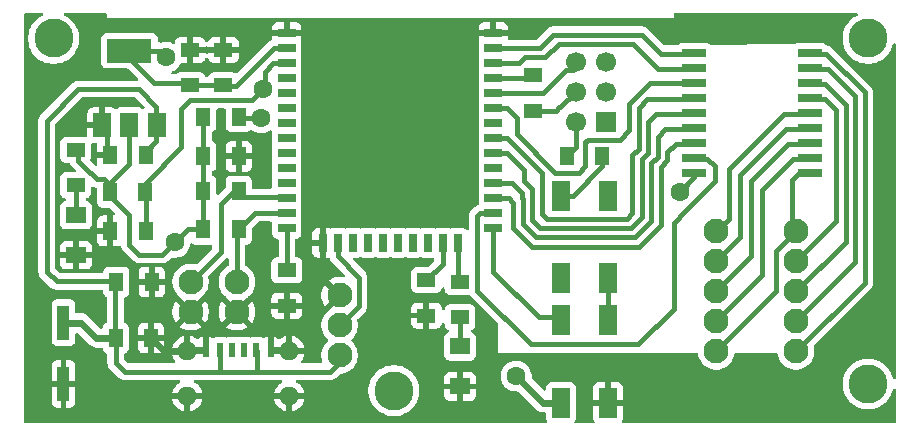
<source format=gbr>
%TF.GenerationSoftware,KiCad,Pcbnew,9.0.6*%
%TF.CreationDate,2026-01-13T16:21:38+05:30*%
%TF.ProjectId,Pen_Plotter,50656e5f-506c-46f7-9474-65722e6b6963,rev?*%
%TF.SameCoordinates,Original*%
%TF.FileFunction,Copper,L1,Top*%
%TF.FilePolarity,Positive*%
%FSLAX46Y46*%
G04 Gerber Fmt 4.6, Leading zero omitted, Abs format (unit mm)*
G04 Created by KiCad (PCBNEW 9.0.6) date 2026-01-13 16:21:38*
%MOMM*%
%LPD*%
G01*
G04 APERTURE LIST*
G04 Aperture macros list*
%AMFreePoly0*
4,1,33,0.232228,0.765552,0.377117,0.705537,0.507515,0.618408,0.618408,0.507515,0.705537,0.377117,0.765552,0.232228,0.796148,0.078414,0.796148,-0.078414,0.765552,-0.232228,0.705537,-0.377117,0.618408,-0.507515,0.507515,-0.618408,0.377117,-0.705537,0.232228,-0.765552,0.078414,-0.796148,-0.078414,-0.796148,-0.232228,-0.765552,-0.377117,-0.705537,-0.507515,-0.618408,-0.618408,-0.507515,
-0.705537,-0.377117,-0.765552,-0.232228,-0.796148,-0.078414,-0.796148,0.078414,-0.765552,0.232228,-0.705537,0.377117,-0.618408,0.507515,-0.507515,0.618408,-0.377117,0.705537,-0.232228,0.765552,-0.078414,0.796148,0.078414,0.796148,0.232228,0.765552,0.232228,0.765552,$1*%
G04 Aperture macros list end*
%TA.AperFunction,ComponentPad*%
%ADD10C,3.300000*%
%TD*%
%TA.AperFunction,SMDPad,CuDef*%
%ADD11R,1.500000X2.000000*%
%TD*%
%TA.AperFunction,SMDPad,CuDef*%
%ADD12R,3.800000X2.000000*%
%TD*%
%TA.AperFunction,ComponentPad*%
%ADD13R,1.700000X1.700000*%
%TD*%
%TA.AperFunction,ComponentPad*%
%ADD14C,1.700000*%
%TD*%
%TA.AperFunction,SMDPad,CuDef*%
%ADD15R,1.600000X1.200000*%
%TD*%
%TA.AperFunction,SMDPad,CuDef*%
%ADD16R,1.200000X1.600000*%
%TD*%
%TA.AperFunction,ComponentPad*%
%ADD17C,2.100000*%
%TD*%
%TA.AperFunction,SMDPad,CuDef*%
%ADD18R,2.032000X0.660400*%
%TD*%
%TA.AperFunction,SMDPad,CuDef*%
%ADD19R,1.700000X1.400000*%
%TD*%
%TA.AperFunction,SMDPad,CuDef*%
%ADD20R,1.000000X3.000000*%
%TD*%
%TA.AperFunction,SMDPad,CuDef*%
%ADD21R,0.600000X1.200000*%
%TD*%
%TA.AperFunction,ComponentPad*%
%ADD22FreePoly0,0.000000*%
%TD*%
%TA.AperFunction,SMDPad,CuDef*%
%ADD23R,1.500000X2.500000*%
%TD*%
%TA.AperFunction,SMDPad,CuDef*%
%ADD24R,1.500000X0.800000*%
%TD*%
%TA.AperFunction,SMDPad,CuDef*%
%ADD25R,0.800000X1.500000*%
%TD*%
%TA.AperFunction,ViaPad*%
%ADD26C,1.600000*%
%TD*%
%TA.AperFunction,Conductor*%
%ADD27C,0.400000*%
%TD*%
%TA.AperFunction,Conductor*%
%ADD28C,0.600000*%
%TD*%
G04 APERTURE END LIST*
D10*
%TO.P,H2,*%
%TO.N,*%
X127590000Y-94710000D03*
%TD*%
%TO.P,H3,*%
%TO.N,*%
X58620000Y-94710000D03*
%TD*%
%TO.P,H4,*%
%TO.N,*%
X87430000Y-124520000D03*
%TD*%
%TO.P,H1,*%
%TO.N,*%
X127590000Y-123970000D03*
%TD*%
D11*
%TO.P,U2,1,GND*%
%TO.N,PWR_GND*%
X62740000Y-102050000D03*
%TO.P,U2,2,VO*%
%TO.N,VDD*%
X65040000Y-102050000D03*
D12*
X65040000Y-95750000D03*
D11*
%TO.P,U2,3,VI*%
%TO.N,PWR_5V*%
X67340000Y-102050000D03*
%TD*%
D13*
%TO.P,J4,1,Pin_1*%
%TO.N,PWR_5V*%
X105370000Y-101790000D03*
D14*
%TO.P,J4,2,Pin_2*%
%TO.N,EN*%
X102830000Y-101790000D03*
%TO.P,J4,3,Pin_3*%
%TO.N,GPIO0*%
X105370000Y-99250000D03*
%TO.P,J4,4,Pin_4*%
%TO.N,TX*%
X102830000Y-99250000D03*
%TO.P,J4,5,Pin_5*%
%TO.N,PWR_GND*%
X105370000Y-96710000D03*
%TO.P,J4,6,Pin_6*%
%TO.N,RX*%
X102830000Y-96710000D03*
%TD*%
D15*
%TO.P,R2,1*%
%TO.N,Net-(D1-A)*%
X93020000Y-118310000D03*
%TO.P,R2,2*%
%TO.N,GPIO2*%
X93020000Y-115310000D03*
%TD*%
D16*
%TO.P,R10,1*%
%TO.N,X Lim*%
X74300000Y-107620000D03*
%TO.P,R10,2*%
%TO.N,VDD*%
X71300000Y-107620000D03*
%TD*%
D17*
%TO.P,J3,1,Pin_1*%
%TO.N,PWR_5V*%
X114730000Y-121200000D03*
%TO.P,J3,2,Pin_2*%
%TO.N,OUT8*%
X114730000Y-118660000D03*
%TO.P,J3,3,Pin_3*%
%TO.N,OUT7*%
X114730000Y-116120000D03*
%TO.P,J3,4,Pin_4*%
%TO.N,OUT6*%
X114730000Y-113580000D03*
%TO.P,J3,5,Pin_5*%
%TO.N,OUT5*%
X114730000Y-111040000D03*
%TD*%
D18*
%TO.P,U4,1,IN1*%
%TO.N,IN1*%
X112867800Y-95960000D03*
%TO.P,U4,2,IN2*%
%TO.N,IN2*%
X112867800Y-97230000D03*
%TO.P,U4,3,IN3*%
%TO.N,IN3*%
X112867800Y-98500000D03*
%TO.P,U4,4,IN4*%
%TO.N,IN4*%
X112867800Y-99770000D03*
%TO.P,U4,5,IN5*%
%TO.N,IN5*%
X112867800Y-101040000D03*
%TO.P,U4,6,IN6*%
%TO.N,IN6*%
X112867800Y-102310000D03*
%TO.P,U4,7,IN7*%
%TO.N,IN7*%
X112867800Y-103580000D03*
%TO.P,U4,8,IN8*%
%TO.N,IN8*%
X112867800Y-104850000D03*
%TO.P,U4,9,GND*%
%TO.N,PWR_GND*%
X112867800Y-106120000D03*
%TO.P,U4,10,DIODE*%
%TO.N,PWR_5V*%
X122672200Y-106120000D03*
%TO.P,U4,11,OUT8*%
%TO.N,OUT8*%
X122672200Y-104850000D03*
%TO.P,U4,12,OUT7*%
%TO.N,OUT7*%
X122672200Y-103580000D03*
%TO.P,U4,13,OUT6*%
%TO.N,OUT6*%
X122672200Y-102310000D03*
%TO.P,U4,14,OUT5*%
%TO.N,OUT5*%
X122672200Y-101040000D03*
%TO.P,U4,15,OUT4*%
%TO.N,OUT4*%
X122672200Y-99770000D03*
%TO.P,U4,16,OUT3*%
%TO.N,OUT3*%
X122672200Y-98500000D03*
%TO.P,U4,17,OUT2*%
%TO.N,OUT2*%
X122672200Y-97230000D03*
%TO.P,U4,18,OUT1*%
%TO.N,OUT1*%
X122672200Y-95960000D03*
%TD*%
D16*
%TO.P,C7,1*%
%TO.N,PWR_5V*%
X63880000Y-120080000D03*
%TO.P,C7,2*%
%TO.N,PWR_GND*%
X66880000Y-120080000D03*
%TD*%
D19*
%TO.P,D2,1,K*%
%TO.N,PWR_GND*%
X60510000Y-113060000D03*
%TO.P,D2,2,A*%
%TO.N,Net-(D2-A)*%
X60510000Y-109660000D03*
%TD*%
D17*
%TO.P,J7,1,Pin_1*%
%TO.N,PWR_GND*%
X82840000Y-116450000D03*
%TO.P,J7,2,Pin_2*%
%TO.N,Servo*%
X82840000Y-118990000D03*
%TO.P,J7,3,Pin_3*%
%TO.N,PWR_5V*%
X82840000Y-121530000D03*
%TD*%
D16*
%TO.P,C4,1*%
%TO.N,PWR_5V*%
X66420000Y-104580000D03*
%TO.P,C4,2*%
%TO.N,PWR_GND*%
X63420000Y-104580000D03*
%TD*%
%TO.P,R9,1*%
%TO.N,Y Lim*%
X74300000Y-110880000D03*
%TO.P,R9,2*%
%TO.N,VDD*%
X71300000Y-110880000D03*
%TD*%
D20*
%TO.P,C9,1*%
%TO.N,PWR_5V*%
X59460000Y-118760000D03*
%TO.P,C9,2*%
%TO.N,PWR_GND*%
X59460000Y-123960000D03*
%TD*%
D17*
%TO.P,J5,1,Pin_1*%
%TO.N,Y Lim*%
X74140000Y-115330000D03*
%TO.P,J5,2,Pin_2*%
%TO.N,PWR_GND*%
X74140000Y-117870000D03*
%TD*%
D16*
%TO.P,R4,1*%
%TO.N,VDD*%
X71300000Y-101340000D03*
%TO.P,R4,2*%
%TO.N,GPIO0*%
X74300000Y-101340000D03*
%TD*%
D19*
%TO.P,D1,1,K*%
%TO.N,PWR_GND*%
X93050000Y-124177500D03*
%TO.P,D1,2,A*%
%TO.N,Net-(D1-A)*%
X93050000Y-120777500D03*
%TD*%
D16*
%TO.P,C3,1*%
%TO.N,EN*%
X66430000Y-111000000D03*
%TO.P,C3,2*%
%TO.N,PWR_GND*%
X63430000Y-111000000D03*
%TD*%
D21*
%TO.P,J1,A5,CC1*%
%TO.N,unconnected-(J1-CC1-PadA5)*%
X73760000Y-121100000D03*
%TO.P,J1,A9,VBUS*%
%TO.N,PWR_5V*%
X75780000Y-121100000D03*
%TO.P,J1,A12,GND*%
%TO.N,PWR_GND*%
X77010000Y-121100000D03*
%TO.P,J1,B5,CC2*%
%TO.N,unconnected-(J1-CC2-PadB5)*%
X74760000Y-121100000D03*
%TO.P,J1,B9,VBUS__1*%
%TO.N,PWR_5V*%
X72740000Y-121100000D03*
%TO.P,J1,B12,GND__1*%
%TO.N,PWR_GND*%
X71510000Y-121100000D03*
D22*
%TO.P,J1,S1,SHIELD*%
X69940000Y-121180000D03*
%TO.P,J1,S2,SHIELD__1*%
X78580000Y-121180000D03*
%TO.P,J1,S3,SHIELD__2*%
X69940000Y-124980000D03*
%TO.P,J1,S4,SHIELD__3*%
X78580000Y-124980000D03*
%TD*%
D16*
%TO.P,R7,1*%
%TO.N,EN*%
X102060000Y-104680000D03*
%TO.P,R7,2*%
X105060000Y-104680000D03*
%TD*%
D15*
%TO.P,R8,1*%
%TO.N,PWR_GND*%
X90180000Y-118170000D03*
%TO.P,R8,2*%
%TO.N,GPIO15*%
X90180000Y-115170000D03*
%TD*%
%TO.P,C2,1*%
%TO.N,PWR_GND*%
X70182880Y-95680337D03*
%TO.P,C2,2*%
%TO.N,VDD*%
X70182880Y-98680337D03*
%TD*%
D23*
%TO.P,SW2,1,1*%
%TO.N,PWR_GND*%
X105570000Y-118550000D03*
X105570000Y-125550000D03*
%TO.P,SW2,2,2*%
%TO.N,GPIO0*%
X101570000Y-118550000D03*
X101570000Y-125550000D03*
%TD*%
D16*
%TO.P,C5,1*%
%TO.N,VDD*%
X71300000Y-104700000D03*
%TO.P,C5,2*%
%TO.N,PWR_GND*%
X74300000Y-104700000D03*
%TD*%
D24*
%TO.P,U1,1,GND*%
%TO.N,PWR_GND*%
X78360000Y-94250000D03*
%TO.P,U1,2,VDD*%
%TO.N,VDD*%
X78360000Y-95520000D03*
%TO.P,U1,3,EN*%
%TO.N,EN*%
X78360000Y-96790000D03*
%TO.P,U1,4,SENSOR_VP*%
%TO.N,unconnected-(U1-SENSOR_VP-Pad4)*%
X78360000Y-98060000D03*
%TO.P,U1,5,SENSOR_VN*%
%TO.N,unconnected-(U1-SENSOR_VN-Pad5)*%
X78360000Y-99330000D03*
%TO.P,U1,6,IO34*%
%TO.N,unconnected-(U1-IO34-Pad6)*%
X78360000Y-100600000D03*
%TO.P,U1,7,IO35*%
%TO.N,unconnected-(U1-IO35-Pad7)*%
X78360000Y-101870000D03*
%TO.P,U1,8,IO32*%
%TO.N,unconnected-(U1-IO32-Pad8)*%
X78360000Y-103140000D03*
%TO.P,U1,9,IO33*%
%TO.N,unconnected-(U1-IO33-Pad9)*%
X78360000Y-104410000D03*
%TO.P,U1,10,IO25*%
%TO.N,unconnected-(U1-IO25-Pad10)*%
X78360000Y-105680000D03*
%TO.P,U1,11,IO26*%
%TO.N,unconnected-(U1-IO26-Pad11)*%
X78360000Y-106950000D03*
%TO.P,U1,12,IO27*%
%TO.N,X Lim*%
X78360000Y-108220000D03*
%TO.P,U1,13,IO14*%
%TO.N,Y Lim*%
X78360000Y-109490000D03*
%TO.P,U1,14,IO12*%
%TO.N,GPIO12*%
X78360000Y-110760000D03*
D25*
%TO.P,U1,15,GND*%
%TO.N,PWR_GND*%
X81400000Y-112010000D03*
%TO.P,U1,16,IO13*%
%TO.N,Servo*%
X82670000Y-112010000D03*
%TO.P,U1,17,NC*%
%TO.N,unconnected-(U1-NC-Pad17)*%
X83940000Y-112010000D03*
%TO.P,U1,18,NC*%
%TO.N,unconnected-(U1-NC-Pad18)*%
X85210000Y-112010000D03*
%TO.P,U1,19,NC*%
%TO.N,unconnected-(U1-NC-Pad19)*%
X86480000Y-112010000D03*
%TO.P,U1,20,NC*%
%TO.N,unconnected-(U1-NC-Pad20)*%
X87750000Y-112010000D03*
%TO.P,U1,21,NC*%
%TO.N,unconnected-(U1-NC-Pad21)*%
X89020000Y-112010000D03*
%TO.P,U1,22,NC*%
%TO.N,unconnected-(U1-NC-Pad22)*%
X90290000Y-112010000D03*
%TO.P,U1,23,IO15*%
%TO.N,GPIO15*%
X91560000Y-112010000D03*
%TO.P,U1,24,IO2*%
%TO.N,GPIO2*%
X92830000Y-112010000D03*
D24*
%TO.P,U1,25,IO0*%
%TO.N,GPIO0*%
X95860000Y-110760000D03*
%TO.P,U1,26,IO4*%
%TO.N,IN8*%
X95860000Y-109490000D03*
%TO.P,U1,27,IO16*%
%TO.N,IN7*%
X95860000Y-108220000D03*
%TO.P,U1,28,IO17*%
%TO.N,IN6*%
X95860000Y-106950000D03*
%TO.P,U1,29,IO5*%
%TO.N,unconnected-(U1-IO5-Pad29)*%
X95860000Y-105680000D03*
%TO.P,U1,30,IO18*%
%TO.N,IN5*%
X95860000Y-104410000D03*
%TO.P,U1,31,IO19*%
%TO.N,IN4*%
X95860000Y-103140000D03*
%TO.P,U1,32,NC*%
%TO.N,unconnected-(U1-NC-Pad32)*%
X95860000Y-101870000D03*
%TO.P,U1,33,IO21*%
%TO.N,IN3*%
X95860000Y-100600000D03*
%TO.P,U1,34,RXD0/IO3*%
%TO.N,RX*%
X95860000Y-99330000D03*
%TO.P,U1,35,TXD0/IO1*%
%TO.N,TX*%
X95860000Y-98060000D03*
%TO.P,U1,36,IO22*%
%TO.N,IN2*%
X95860000Y-96790000D03*
%TO.P,U1,37,IO23*%
%TO.N,IN1*%
X95860000Y-95520000D03*
%TO.P,U1,38,GND*%
%TO.N,PWR_GND*%
X95860000Y-94250000D03*
%TD*%
D17*
%TO.P,J6,1,Pin_1*%
%TO.N,X Lim*%
X70220000Y-115320000D03*
%TO.P,J6,2,Pin_2*%
%TO.N,PWR_GND*%
X70220000Y-117860000D03*
%TD*%
D15*
%TO.P,C1,1*%
%TO.N,PWR_GND*%
X72992880Y-95690337D03*
%TO.P,C1,2*%
%TO.N,VDD*%
X72992880Y-98690337D03*
%TD*%
D17*
%TO.P,J2,1,Pin_1*%
%TO.N,PWR_5V*%
X121470000Y-111050000D03*
%TO.P,J2,2,Pin_2*%
%TO.N,OUT4*%
X121470000Y-113590000D03*
%TO.P,J2,3,Pin_3*%
%TO.N,OUT3*%
X121470000Y-116130000D03*
%TO.P,J2,4,Pin_4*%
%TO.N,OUT2*%
X121470000Y-118670000D03*
%TO.P,J2,5,Pin_5*%
%TO.N,OUT1*%
X121470000Y-121210000D03*
%TD*%
D15*
%TO.P,R3,1*%
%TO.N,VDD*%
X60500000Y-104140000D03*
%TO.P,R3,2*%
%TO.N,Net-(D2-A)*%
X60500000Y-107140000D03*
%TD*%
D16*
%TO.P,R1,1*%
%TO.N,VDD*%
X63400000Y-107740000D03*
%TO.P,R1,2*%
%TO.N,EN*%
X66400000Y-107740000D03*
%TD*%
D15*
%TO.P,R6,1*%
%TO.N,TX*%
X99250000Y-100830000D03*
%TO.P,R6,2*%
X99250000Y-97830000D03*
%TD*%
D16*
%TO.P,C8,1*%
%TO.N,PWR_5V*%
X63930000Y-115340000D03*
%TO.P,C8,2*%
%TO.N,PWR_GND*%
X66930000Y-115340000D03*
%TD*%
D15*
%TO.P,R11,1*%
%TO.N,PWR_GND*%
X78370000Y-117330000D03*
%TO.P,R11,2*%
%TO.N,GPIO12*%
X78370000Y-114330000D03*
%TD*%
D23*
%TO.P,SW1,1,1*%
%TO.N,PWR_GND*%
X105570000Y-108010000D03*
X105570000Y-115010000D03*
%TO.P,SW1,2,2*%
%TO.N,EN*%
X101570000Y-108010000D03*
X101570000Y-115010000D03*
%TD*%
D26*
%TO.N,PWR_GND*%
X111620000Y-107690000D03*
X75130000Y-95360000D03*
X76180000Y-104620000D03*
%TO.N,VDD*%
X68890000Y-111980000D03*
X68140000Y-96320000D03*
%TO.N,EN*%
X76371767Y-99000234D03*
%TO.N,GPIO0*%
X97790000Y-123300000D03*
X76200000Y-101410000D03*
%TD*%
D27*
%TO.N,PWR_GND*%
X105570000Y-115010000D02*
X105570000Y-118550000D01*
D28*
X67980000Y-121180000D02*
X66880000Y-120080000D01*
D27*
X76690000Y-94250000D02*
X78360000Y-94250000D01*
X76100000Y-104700000D02*
X76180000Y-104620000D01*
X75580000Y-95360000D02*
X76690000Y-94250000D01*
X63170000Y-104330000D02*
X63420000Y-104580000D01*
X75130000Y-95360000D02*
X75580000Y-95360000D01*
X62740000Y-102050000D02*
X63170000Y-102480000D01*
X112867800Y-106442200D02*
X112867800Y-106120000D01*
X63170000Y-102480000D02*
X63170000Y-104330000D01*
X95900000Y-94290000D02*
X95860000Y-94250000D01*
D28*
X69940000Y-121180000D02*
X67980000Y-121180000D01*
D27*
X74300000Y-104700000D02*
X76100000Y-104700000D01*
X111620000Y-107690000D02*
X112867800Y-106442200D01*
%TO.N,VDD*%
X65030000Y-95760000D02*
X65030000Y-96370000D01*
X69990000Y-110880000D02*
X68890000Y-111980000D01*
X65030000Y-96370000D02*
X67110000Y-98450000D01*
X71300000Y-101340000D02*
X71300000Y-110880000D01*
X60500000Y-104140000D02*
X60710000Y-104350000D01*
X63400000Y-107740000D02*
X63420000Y-107720000D01*
X74050000Y-98720000D02*
X77250000Y-95520000D01*
X68890000Y-111980000D02*
X67830000Y-113040000D01*
X61220000Y-105560000D02*
X62300000Y-106640000D01*
X62300000Y-106640000D02*
X62910000Y-106640000D01*
X72982880Y-98680337D02*
X72992880Y-98690337D01*
X73022543Y-98720000D02*
X74050000Y-98720000D01*
X72992880Y-98690337D02*
X73022543Y-98720000D01*
X65890000Y-113040000D02*
X65030000Y-112180000D01*
X62910000Y-106640000D02*
X63400000Y-107130000D01*
X63420000Y-108090000D02*
X63420000Y-107760000D01*
X67110000Y-98450000D02*
X69760000Y-98450000D01*
X71300000Y-110880000D02*
X69990000Y-110880000D01*
X61180000Y-105560000D02*
X61220000Y-105560000D01*
X67830000Y-113040000D02*
X65890000Y-113040000D01*
X70182880Y-98680337D02*
X72982880Y-98680337D01*
X65030000Y-105300000D02*
X65030000Y-102060000D01*
X69760000Y-98450000D02*
X69990337Y-98680337D01*
X63420000Y-107720000D02*
X63420000Y-106910000D01*
X65030000Y-102060000D02*
X65040000Y-102050000D01*
X63420000Y-106910000D02*
X65030000Y-105300000D01*
X63420000Y-107760000D02*
X63400000Y-107740000D01*
X65030000Y-109700000D02*
X63420000Y-108090000D01*
X60710000Y-105090000D02*
X61180000Y-105560000D01*
X69990337Y-98680337D02*
X70182880Y-98680337D01*
X63400000Y-107130000D02*
X63400000Y-107740000D01*
X65030000Y-112180000D02*
X65030000Y-109700000D01*
X65040000Y-95750000D02*
X65030000Y-95760000D01*
X68140000Y-96320000D02*
X67570000Y-95750000D01*
X60710000Y-104350000D02*
X60710000Y-105090000D01*
X67570000Y-95750000D02*
X65040000Y-95750000D01*
X77250000Y-95520000D02*
X78360000Y-95520000D01*
%TO.N,EN*%
X69400000Y-100720000D02*
X69400000Y-103930000D01*
X66420000Y-107720000D02*
X66400000Y-107740000D01*
X77228000Y-96790000D02*
X78360000Y-96790000D01*
X102830000Y-101790000D02*
X102830000Y-103910000D01*
X76371767Y-99000234D02*
X75433000Y-99939000D01*
X102830000Y-103910000D02*
X102060000Y-104680000D01*
X105060000Y-105550000D02*
X102600000Y-108010000D01*
X70181000Y-99939000D02*
X69400000Y-100720000D01*
X76480000Y-98892001D02*
X76480000Y-97538000D01*
X75433000Y-99939000D02*
X70181000Y-99939000D01*
X105060000Y-104680000D02*
X105060000Y-105550000D01*
X76371767Y-99000234D02*
X76480000Y-98892001D01*
X66420000Y-107760000D02*
X66420000Y-110990000D01*
X66400000Y-107740000D02*
X66420000Y-107760000D01*
X66420000Y-110990000D02*
X66430000Y-111000000D01*
X66420000Y-106910000D02*
X66420000Y-107720000D01*
X76480000Y-97538000D02*
X77228000Y-96790000D01*
X69400000Y-103930000D02*
X66420000Y-106910000D01*
X102600000Y-108010000D02*
X101480000Y-108010000D01*
%TO.N,PWR_5V*%
X67330000Y-103430000D02*
X66420000Y-104340000D01*
X72740000Y-121100000D02*
X72740000Y-122890000D01*
X75820000Y-122840000D02*
X75890000Y-122910000D01*
X58040000Y-114450000D02*
X58870000Y-115280000D01*
X63930000Y-115340000D02*
X63860000Y-115410000D01*
X121740000Y-106120000D02*
X122672200Y-106120000D01*
D28*
X62250000Y-120080000D02*
X63880000Y-120080000D01*
D27*
X63880000Y-122160000D02*
X63880000Y-120080000D01*
X114730000Y-121200000D02*
X119819000Y-116111000D01*
X82050000Y-122910000D02*
X75890000Y-122910000D01*
X72760000Y-122910000D02*
X64630000Y-122910000D01*
X67340000Y-102050000D02*
X67330000Y-102060000D01*
X119819000Y-116111000D02*
X119819000Y-112701000D01*
X121140000Y-110720000D02*
X121140000Y-106720000D01*
X75890000Y-122910000D02*
X72760000Y-122910000D01*
D28*
X60930000Y-118760000D02*
X62250000Y-120080000D01*
D27*
X67340000Y-102050000D02*
X67330000Y-102040000D01*
X121470000Y-111050000D02*
X121140000Y-110720000D01*
X64630000Y-122910000D02*
X63880000Y-122160000D01*
X67330000Y-102060000D02*
X67330000Y-103430000D01*
X66420000Y-104340000D02*
X66420000Y-104580000D01*
X58870000Y-115280000D02*
X63870000Y-115280000D01*
X121140000Y-106720000D02*
X121740000Y-106120000D01*
X58040000Y-101670000D02*
X58040000Y-114450000D01*
D28*
X59460000Y-118760000D02*
X60930000Y-118760000D01*
D27*
X63860000Y-120060000D02*
X63880000Y-120080000D01*
X63870000Y-115280000D02*
X63930000Y-115340000D01*
X82840000Y-121530000D02*
X82840000Y-122120000D01*
X60710000Y-99000000D02*
X58040000Y-101670000D01*
X67330000Y-100508000D02*
X65822000Y-99000000D01*
X82840000Y-122120000D02*
X82050000Y-122910000D01*
X67330000Y-102040000D02*
X67330000Y-100508000D01*
X63860000Y-115410000D02*
X63860000Y-120060000D01*
X75820000Y-121140000D02*
X75820000Y-122840000D01*
X72740000Y-122890000D02*
X72760000Y-122910000D01*
X119819000Y-112701000D02*
X121470000Y-111050000D01*
X75780000Y-121100000D02*
X75820000Y-121140000D01*
X65822000Y-99000000D02*
X60710000Y-99000000D01*
%TO.N,Net-(D1-A)*%
X93020000Y-120747500D02*
X93050000Y-120777500D01*
X93020000Y-118310000D02*
X93020000Y-120747500D01*
%TO.N,Net-(D2-A)*%
X60500000Y-109650000D02*
X60510000Y-109660000D01*
X60500000Y-107140000D02*
X60500000Y-109650000D01*
%TO.N,TX*%
X101160000Y-100830000D02*
X101450000Y-100540000D01*
X101540000Y-100540000D02*
X102830000Y-99250000D01*
X95860000Y-98060000D02*
X99020000Y-98060000D01*
X99250000Y-100830000D02*
X101160000Y-100830000D01*
X101450000Y-100540000D02*
X101540000Y-100540000D01*
X99020000Y-98060000D02*
X99250000Y-97830000D01*
%TO.N,OUT2*%
X126492000Y-113648000D02*
X126492000Y-99612000D01*
X121470000Y-118670000D02*
X126492000Y-113648000D01*
X126492000Y-99612000D02*
X124150000Y-97270000D01*
X124150000Y-97270000D02*
X122712200Y-97270000D01*
X122712200Y-97270000D02*
X122672200Y-97230000D01*
%TO.N,OUT3*%
X125691000Y-100302800D02*
X123928200Y-98540000D01*
X123928200Y-98540000D02*
X122712200Y-98540000D01*
X125691000Y-111909000D02*
X125691000Y-100302800D01*
X121470000Y-116130000D02*
X125691000Y-111909000D01*
X122712200Y-98540000D02*
X122672200Y-98500000D01*
%TO.N,OUT4*%
X124890000Y-110170000D02*
X124890000Y-100771800D01*
X121470000Y-113590000D02*
X124890000Y-110170000D01*
X122712200Y-99810000D02*
X122672200Y-99770000D01*
X124890000Y-100771800D02*
X123928200Y-99810000D01*
X123928200Y-99810000D02*
X122712200Y-99810000D01*
%TO.N,OUT1*%
X121470000Y-121210000D02*
X127293000Y-115387000D01*
X127293000Y-99280214D02*
X124012786Y-96000000D01*
X122712200Y-96000000D02*
X122672200Y-95960000D01*
X124012786Y-96000000D02*
X122712200Y-96000000D01*
X127293000Y-115387000D02*
X127293000Y-99280214D01*
%TO.N,OUT6*%
X120650000Y-102350000D02*
X122632200Y-102350000D01*
X122632200Y-102350000D02*
X122672200Y-102310000D01*
X116770000Y-106230000D02*
X120650000Y-102350000D01*
X116770000Y-111540000D02*
X116770000Y-106230000D01*
X114730000Y-113580000D02*
X116770000Y-111540000D01*
%TO.N,OUT7*%
X122632200Y-103620000D02*
X122672200Y-103580000D01*
X117700000Y-113150000D02*
X117700000Y-106760000D01*
X117700000Y-106760000D02*
X120840000Y-103620000D01*
X114730000Y-116120000D02*
X117700000Y-113150000D01*
X120840000Y-103620000D02*
X122632200Y-103620000D01*
%TO.N,OUT8*%
X118620000Y-107504000D02*
X121234000Y-104890000D01*
X121234000Y-104890000D02*
X122632200Y-104890000D01*
X114730000Y-118660000D02*
X118620000Y-114770000D01*
X122632200Y-104890000D02*
X122672200Y-104850000D01*
X118620000Y-114770000D02*
X118620000Y-107504000D01*
%TO.N,OUT5*%
X120470000Y-101080000D02*
X122632200Y-101080000D01*
X122632200Y-101080000D02*
X122672200Y-101040000D01*
X115780000Y-105770000D02*
X120470000Y-101080000D01*
X114730000Y-111040000D02*
X115780000Y-109990000D01*
X115780000Y-109990000D02*
X115780000Y-105770000D01*
%TO.N,Y Lim*%
X74300000Y-110880000D02*
X75690000Y-109490000D01*
X74140000Y-115330000D02*
X74140000Y-111040000D01*
X75690000Y-109490000D02*
X78360000Y-109490000D01*
X74140000Y-111040000D02*
X74300000Y-110880000D01*
%TO.N,X Lim*%
X73880000Y-107620000D02*
X72760000Y-108740000D01*
X74800000Y-108120000D02*
X78260000Y-108120000D01*
X72760000Y-112780000D02*
X70220000Y-115320000D01*
X74300000Y-107620000D02*
X73880000Y-107620000D01*
X78260000Y-108120000D02*
X78360000Y-108220000D01*
X72760000Y-108740000D02*
X72760000Y-112780000D01*
X74300000Y-107620000D02*
X74800000Y-108120000D01*
%TO.N,Servo*%
X82840000Y-118990000D02*
X84491000Y-117339000D01*
X84491000Y-114963000D02*
X82670000Y-113142000D01*
X84491000Y-117339000D02*
X84491000Y-114963000D01*
X82670000Y-113142000D02*
X82670000Y-112010000D01*
%TO.N,GPIO0*%
X99710000Y-118300000D02*
X101320000Y-118300000D01*
X95860000Y-110760000D02*
X95860000Y-114450000D01*
X76200000Y-101410000D02*
X74370000Y-101410000D01*
X101320000Y-118300000D02*
X101570000Y-118550000D01*
X95860000Y-114450000D02*
X99710000Y-118300000D01*
D28*
X100040000Y-125550000D02*
X97790000Y-123300000D01*
X101570000Y-125550000D02*
X100040000Y-125550000D01*
D27*
X74370000Y-101410000D02*
X74300000Y-101340000D01*
%TO.N,GPIO2*%
X92830000Y-112010000D02*
X92830000Y-115120000D01*
X92830000Y-115120000D02*
X93020000Y-115310000D01*
%TO.N,RX*%
X95860000Y-99330000D02*
X100060000Y-99330000D01*
X100060000Y-99330000D02*
X102000000Y-97390000D01*
X102640000Y-97390000D02*
X102830000Y-97200000D01*
X102000000Y-97390000D02*
X102640000Y-97390000D01*
X102830000Y-97200000D02*
X102830000Y-96710000D01*
%TO.N,GPIO15*%
X91560000Y-113790000D02*
X91560000Y-112010000D01*
X90180000Y-115170000D02*
X91560000Y-113790000D01*
%TO.N,IN5*%
X98440000Y-106807214D02*
X99101000Y-107468215D01*
X99101000Y-107468215D02*
X99101000Y-107908216D01*
X112827800Y-101080000D02*
X112867800Y-101040000D01*
X107495428Y-110759000D02*
X108411000Y-109843428D01*
X95860000Y-104410000D02*
X97010000Y-104410000D01*
X99132000Y-108271014D02*
X99132000Y-110106428D01*
X98440000Y-105840000D02*
X98440000Y-106807214D01*
X108962000Y-101788000D02*
X109650000Y-101100000D01*
X99132000Y-107939216D02*
X99132000Y-107939223D01*
X108411000Y-109843428D02*
X108411000Y-104924568D01*
X99132000Y-110106428D02*
X99784572Y-110759000D01*
X112087800Y-101100000D02*
X112107800Y-101080000D01*
X97010000Y-104410000D02*
X98440000Y-105840000D01*
X99784572Y-110759000D02*
X107495428Y-110759000D01*
X108962000Y-104373569D02*
X108962000Y-101788000D01*
X99132006Y-107939229D02*
X99132000Y-108271014D01*
X99132000Y-107939223D02*
X99132006Y-107939229D01*
X109650000Y-101100000D02*
X112087800Y-101100000D01*
X99101000Y-107908216D02*
X99132000Y-107939216D01*
X112107800Y-101080000D02*
X112827800Y-101080000D01*
X108411000Y-104924568D02*
X108962000Y-104373569D01*
%TO.N,IN6*%
X109212000Y-105256354D02*
X109763001Y-104705353D01*
X97450000Y-106950000D02*
X98300000Y-107800000D01*
X109212000Y-110175214D02*
X109212000Y-105256354D01*
X98331000Y-110438214D02*
X99452786Y-111560000D01*
X98331000Y-108271001D02*
X98331000Y-110438214D01*
X112827800Y-102350000D02*
X112867800Y-102310000D01*
X107827214Y-111560000D02*
X109212000Y-110175214D01*
X98300000Y-107800000D02*
X98300000Y-108240000D01*
X99452786Y-111560000D02*
X107827214Y-111560000D01*
X95860000Y-106950000D02*
X97450000Y-106950000D01*
X109763001Y-104705353D02*
X109763001Y-103016999D01*
X109763001Y-103016999D02*
X110430000Y-102350000D01*
X110430000Y-102350000D02*
X112827800Y-102350000D01*
X98300000Y-108240000D02*
X98331000Y-108271001D01*
%TO.N,IN1*%
X112087800Y-96020000D02*
X112107800Y-96000000D01*
X99800000Y-95520000D02*
X100940000Y-94380000D01*
X110080000Y-96020000D02*
X112087800Y-96020000D01*
X108440000Y-94380000D02*
X110080000Y-96020000D01*
X112827800Y-96000000D02*
X112867800Y-95960000D01*
X95860000Y-95520000D02*
X99800000Y-95520000D01*
X100940000Y-94380000D02*
X108440000Y-94380000D01*
X112107800Y-96000000D02*
X112827800Y-96000000D01*
%TO.N,IN8*%
X114610000Y-105514000D02*
X114610000Y-106806000D01*
X111130000Y-117600000D02*
X108110000Y-120620000D01*
X108110000Y-120620000D02*
X99030000Y-120620000D01*
X112907800Y-104890000D02*
X113986000Y-104890000D01*
X111130000Y-110310000D02*
X111130000Y-117600000D01*
X112867800Y-104850000D02*
X112907800Y-104890000D01*
X94509000Y-116099000D02*
X94509000Y-109709000D01*
X94509000Y-109709000D02*
X94728000Y-109490000D01*
X94728000Y-109490000D02*
X95860000Y-109490000D01*
X112116000Y-109324000D02*
X111130000Y-110310000D01*
X99030000Y-120620000D02*
X94509000Y-116099000D01*
X114610000Y-106806000D02*
X112116000Y-109300000D01*
X112116000Y-109300000D02*
X112116000Y-109324000D01*
X113986000Y-104890000D02*
X114610000Y-105514000D01*
%TO.N,IN3*%
X103859000Y-103279000D02*
X106581000Y-103279000D01*
X97010000Y-100600000D02*
X97820000Y-101410000D01*
X103630000Y-105391000D02*
X103631000Y-105390000D01*
X97820000Y-102835214D02*
X101074786Y-106090000D01*
X107360000Y-100227214D02*
X109087214Y-98500000D01*
X95860000Y-100600000D02*
X97010000Y-100600000D01*
X103631000Y-105390000D02*
X103631000Y-103507000D01*
X101074786Y-106090000D02*
X103065214Y-106090000D01*
X103631000Y-103507000D02*
X103859000Y-103279000D01*
X106581000Y-103279000D02*
X107360000Y-102500000D01*
X109087214Y-98500000D02*
X112867800Y-98500000D01*
X103630000Y-105525214D02*
X103630000Y-105391000D01*
X107360000Y-102500000D02*
X107360000Y-100227214D01*
X103065214Y-106090000D02*
X103630000Y-105525214D01*
X97820000Y-101410000D02*
X97820000Y-102835214D01*
%TO.N,IN2*%
X101389000Y-95181000D02*
X107690600Y-95181000D01*
X98041000Y-96790000D02*
X98510000Y-96321000D01*
X112827800Y-97270000D02*
X112867800Y-97230000D01*
X112107800Y-97270000D02*
X112827800Y-97270000D01*
X112087800Y-97290000D02*
X112107800Y-97270000D01*
X95860000Y-96790000D02*
X98041000Y-96790000D01*
X107690600Y-95181000D02*
X109799600Y-97290000D01*
X98510000Y-96321000D02*
X100249000Y-96321000D01*
X100249000Y-96321000D02*
X101389000Y-95181000D01*
X109799600Y-97290000D02*
X112087800Y-97290000D01*
%TO.N,IN4*%
X112107800Y-99810000D02*
X112827800Y-99810000D01*
X108890000Y-99830000D02*
X112087800Y-99830000D01*
X99960000Y-106108000D02*
X99960000Y-109560000D01*
X99960000Y-109560000D02*
X100358000Y-109958000D01*
X108161000Y-100559000D02*
X108890000Y-99830000D01*
X107610000Y-109511642D02*
X107610000Y-104592783D01*
X108161000Y-104041785D02*
X108161000Y-100559000D01*
X96992000Y-103140000D02*
X99960000Y-106108000D01*
X112827800Y-99810000D02*
X112867800Y-99770000D01*
X100358000Y-109958000D02*
X107163642Y-109958000D01*
X112087800Y-99830000D02*
X112107800Y-99810000D01*
X107163642Y-109958000D02*
X107610000Y-109511642D01*
X107610000Y-104592783D02*
X108161000Y-104041785D01*
X95860000Y-103140000D02*
X96992000Y-103140000D01*
%TO.N,IN7*%
X97530000Y-110770000D02*
X99121000Y-112361000D01*
X97530000Y-108602786D02*
X97530000Y-110770000D01*
X110564001Y-105037138D02*
X110564001Y-104347799D01*
X112827800Y-103620000D02*
X112867800Y-103580000D01*
X110035570Y-105565570D02*
X110564001Y-105037138D01*
X110035570Y-110484430D02*
X110035570Y-105565570D01*
X110564001Y-104347799D02*
X111291800Y-103620000D01*
X95860000Y-108220000D02*
X97147214Y-108220000D01*
X111291800Y-103620000D02*
X112827800Y-103620000D01*
X108159000Y-112361000D02*
X110035570Y-110484430D01*
X99121000Y-112361000D02*
X108159000Y-112361000D01*
X97147214Y-108220000D02*
X97530000Y-108602786D01*
%TO.N,GPIO12*%
X78370000Y-114330000D02*
X78380000Y-114320000D01*
X78380000Y-114320000D02*
X78380000Y-110780000D01*
X78380000Y-110780000D02*
X78360000Y-110760000D01*
%TD*%
%TA.AperFunction,Conductor*%
%TO.N,PWR_GND*%
G36*
X73142539Y-100659185D02*
G01*
X73188294Y-100711989D01*
X73199500Y-100763500D01*
X73199500Y-102187870D01*
X73199501Y-102187876D01*
X73205908Y-102247483D01*
X73256202Y-102382328D01*
X73256206Y-102382335D01*
X73342452Y-102497544D01*
X73342455Y-102497547D01*
X73457664Y-102583793D01*
X73457671Y-102583797D01*
X73592517Y-102634091D01*
X73592516Y-102634091D01*
X73599444Y-102634835D01*
X73652127Y-102640500D01*
X74947872Y-102640499D01*
X75007483Y-102634091D01*
X75142331Y-102583796D01*
X75257546Y-102497546D01*
X75264182Y-102488681D01*
X75320113Y-102446809D01*
X75389804Y-102441822D01*
X75436333Y-102462669D01*
X75518390Y-102522287D01*
X75569510Y-102548334D01*
X75700776Y-102615218D01*
X75700778Y-102615218D01*
X75700781Y-102615220D01*
X75778579Y-102640498D01*
X75895465Y-102678477D01*
X75981660Y-102692129D01*
X76097648Y-102710500D01*
X76097649Y-102710500D01*
X76302351Y-102710500D01*
X76302352Y-102710500D01*
X76504534Y-102678477D01*
X76699219Y-102615220D01*
X76881610Y-102522287D01*
X76926555Y-102489632D01*
X76992361Y-102466153D01*
X77060415Y-102481978D01*
X77109109Y-102532084D01*
X77122985Y-102600562D01*
X77117505Y-102624920D01*
X77117693Y-102624965D01*
X77115908Y-102632516D01*
X77109936Y-102688073D01*
X77109501Y-102692123D01*
X77109500Y-102692135D01*
X77109500Y-103587870D01*
X77109501Y-103587876D01*
X77115908Y-103647482D01*
X77147307Y-103731666D01*
X77152291Y-103801358D01*
X77147307Y-103818331D01*
X77115909Y-103902514D01*
X77115908Y-103902516D01*
X77110526Y-103952580D01*
X77109501Y-103962123D01*
X77109500Y-103962135D01*
X77109500Y-104857870D01*
X77109501Y-104857876D01*
X77115908Y-104917482D01*
X77147307Y-105001666D01*
X77152291Y-105071358D01*
X77147307Y-105088331D01*
X77115909Y-105172514D01*
X77115908Y-105172516D01*
X77109936Y-105228072D01*
X77109501Y-105232123D01*
X77109500Y-105232135D01*
X77109500Y-106127870D01*
X77109501Y-106127876D01*
X77115908Y-106187482D01*
X77115909Y-106187484D01*
X77139039Y-106249500D01*
X77147307Y-106271666D01*
X77152291Y-106341358D01*
X77147307Y-106358331D01*
X77115909Y-106442514D01*
X77115908Y-106442516D01*
X77109936Y-106498073D01*
X77109500Y-106502127D01*
X77109500Y-106947854D01*
X77109501Y-107295500D01*
X77089817Y-107362539D01*
X77037013Y-107408294D01*
X76985501Y-107419500D01*
X75524499Y-107419500D01*
X75457460Y-107399815D01*
X75411705Y-107347011D01*
X75400499Y-107295500D01*
X75400499Y-106772129D01*
X75400498Y-106772123D01*
X75400497Y-106772116D01*
X75394091Y-106712517D01*
X75388551Y-106697664D01*
X75343797Y-106577671D01*
X75343793Y-106577664D01*
X75257547Y-106462455D01*
X75257544Y-106462452D01*
X75142335Y-106376206D01*
X75142328Y-106376202D01*
X75007482Y-106325908D01*
X75007483Y-106325908D01*
X74947883Y-106319501D01*
X74947881Y-106319500D01*
X74947873Y-106319500D01*
X74947864Y-106319500D01*
X73652129Y-106319500D01*
X73652123Y-106319501D01*
X73592516Y-106325908D01*
X73457671Y-106376202D01*
X73457664Y-106376206D01*
X73342455Y-106462452D01*
X73342452Y-106462455D01*
X73256206Y-106577664D01*
X73256202Y-106577671D01*
X73205908Y-106712517D01*
X73199501Y-106772116D01*
X73199501Y-106772123D01*
X73199500Y-106772135D01*
X73199500Y-107258480D01*
X73179815Y-107325519D01*
X73163181Y-107346161D01*
X72612180Y-107897162D01*
X72550857Y-107930647D01*
X72481165Y-107925663D01*
X72425232Y-107883791D01*
X72400815Y-107818327D01*
X72400499Y-107809481D01*
X72400499Y-106772129D01*
X72400498Y-106772123D01*
X72400497Y-106772116D01*
X72394091Y-106712517D01*
X72388551Y-106697664D01*
X72343797Y-106577671D01*
X72343793Y-106577664D01*
X72257547Y-106462455D01*
X72257544Y-106462452D01*
X72142335Y-106376206D01*
X72142328Y-106376202D01*
X72081167Y-106353391D01*
X72063440Y-106340121D01*
X72043297Y-106330922D01*
X72036015Y-106319591D01*
X72025233Y-106311520D01*
X72017494Y-106290771D01*
X72005523Y-106272144D01*
X72002371Y-106250227D01*
X72000816Y-106246056D01*
X72000500Y-106237209D01*
X72000500Y-106082790D01*
X72020185Y-106015751D01*
X72072989Y-105969996D01*
X72081146Y-105966616D01*
X72142331Y-105943796D01*
X72257546Y-105857546D01*
X72343796Y-105742331D01*
X72394091Y-105607483D01*
X72400500Y-105547873D01*
X72400500Y-105547844D01*
X73200000Y-105547844D01*
X73206401Y-105607372D01*
X73206403Y-105607379D01*
X73256645Y-105742086D01*
X73256649Y-105742093D01*
X73342809Y-105857187D01*
X73342812Y-105857190D01*
X73457906Y-105943350D01*
X73457913Y-105943354D01*
X73592620Y-105993596D01*
X73592627Y-105993598D01*
X73652155Y-105999999D01*
X73652172Y-106000000D01*
X74050000Y-106000000D01*
X74550000Y-106000000D01*
X74947828Y-106000000D01*
X74947844Y-105999999D01*
X75007372Y-105993598D01*
X75007379Y-105993596D01*
X75142086Y-105943354D01*
X75142093Y-105943350D01*
X75257187Y-105857190D01*
X75257190Y-105857187D01*
X75343350Y-105742093D01*
X75343354Y-105742086D01*
X75393596Y-105607379D01*
X75393598Y-105607372D01*
X75399999Y-105547844D01*
X75400000Y-105547827D01*
X75400000Y-104950000D01*
X74550000Y-104950000D01*
X74550000Y-106000000D01*
X74050000Y-106000000D01*
X74050000Y-104950000D01*
X73200000Y-104950000D01*
X73200000Y-105547844D01*
X72400500Y-105547844D01*
X72400499Y-104642219D01*
X72400499Y-103852155D01*
X73200000Y-103852155D01*
X73200000Y-104450000D01*
X74050000Y-104450000D01*
X74550000Y-104450000D01*
X75400000Y-104450000D01*
X75400000Y-103852172D01*
X75399999Y-103852155D01*
X75393598Y-103792627D01*
X75393596Y-103792620D01*
X75343354Y-103657913D01*
X75343350Y-103657906D01*
X75257190Y-103542812D01*
X75257187Y-103542809D01*
X75142093Y-103456649D01*
X75142086Y-103456645D01*
X75007379Y-103406403D01*
X75007372Y-103406401D01*
X74947844Y-103400000D01*
X74550000Y-103400000D01*
X74550000Y-104450000D01*
X74050000Y-104450000D01*
X74050000Y-103400000D01*
X73652155Y-103400000D01*
X73592627Y-103406401D01*
X73592620Y-103406403D01*
X73457913Y-103456645D01*
X73457906Y-103456649D01*
X73342812Y-103542809D01*
X73342809Y-103542812D01*
X73256649Y-103657906D01*
X73256645Y-103657913D01*
X73206403Y-103792620D01*
X73206401Y-103792627D01*
X73200000Y-103852155D01*
X72400499Y-103852155D01*
X72400499Y-103852125D01*
X72400498Y-103852123D01*
X72394091Y-103792516D01*
X72343797Y-103657671D01*
X72343793Y-103657664D01*
X72257547Y-103542455D01*
X72257544Y-103542452D01*
X72142335Y-103456206D01*
X72142328Y-103456202D01*
X72081167Y-103433391D01*
X72025233Y-103391520D01*
X72000816Y-103326056D01*
X72000500Y-103317209D01*
X72000500Y-102722790D01*
X72020185Y-102655751D01*
X72072989Y-102609996D01*
X72081146Y-102606616D01*
X72142331Y-102583796D01*
X72257546Y-102497546D01*
X72343796Y-102382331D01*
X72394091Y-102247483D01*
X72400500Y-102187873D01*
X72400499Y-100763499D01*
X72420184Y-100696461D01*
X72472987Y-100650706D01*
X72524499Y-100639500D01*
X73075500Y-100639500D01*
X73142539Y-100659185D01*
G37*
%TD.AperFunction*%
%TA.AperFunction,Conductor*%
G36*
X61942173Y-103550000D02*
G01*
X62201540Y-103550000D01*
X62268579Y-103569685D01*
X62314334Y-103622489D01*
X62324829Y-103687257D01*
X62320000Y-103732158D01*
X62320000Y-104330000D01*
X63296000Y-104330000D01*
X63363039Y-104349685D01*
X63408794Y-104402489D01*
X63420000Y-104454000D01*
X63420000Y-104706000D01*
X63400315Y-104773039D01*
X63347511Y-104818794D01*
X63296000Y-104830000D01*
X62320000Y-104830000D01*
X62320000Y-105369981D01*
X62300315Y-105437020D01*
X62247511Y-105482775D01*
X62178353Y-105492719D01*
X62114797Y-105463694D01*
X62108319Y-105457662D01*
X61770043Y-105119386D01*
X61736558Y-105058063D01*
X61741542Y-104988371D01*
X61743793Y-104982334D01*
X61743796Y-104982331D01*
X61794091Y-104847483D01*
X61800500Y-104787873D01*
X61800499Y-103672813D01*
X61820184Y-103605775D01*
X61872987Y-103560020D01*
X61937770Y-103549526D01*
X61942173Y-103550000D01*
G37*
%TD.AperFunction*%
%TA.AperFunction,Conductor*%
G36*
X57705900Y-92550185D02*
G01*
X57751655Y-92602989D01*
X57761599Y-92672147D01*
X57732574Y-92735703D01*
X57686313Y-92769061D01*
X57666825Y-92777132D01*
X57666809Y-92777140D01*
X57422690Y-92918083D01*
X57422682Y-92918089D01*
X57199029Y-93089704D01*
X56999704Y-93289029D01*
X56828089Y-93512682D01*
X56828083Y-93512690D01*
X56687140Y-93756809D01*
X56687135Y-93756820D01*
X56579259Y-94017256D01*
X56506295Y-94289560D01*
X56469500Y-94569041D01*
X56469500Y-94850958D01*
X56506295Y-95130439D01*
X56579259Y-95402743D01*
X56687135Y-95663179D01*
X56687140Y-95663190D01*
X56828083Y-95907309D01*
X56828088Y-95907317D01*
X56999700Y-96130965D01*
X56999704Y-96130970D01*
X57199029Y-96330295D01*
X57199033Y-96330298D01*
X57199035Y-96330300D01*
X57422683Y-96501912D01*
X57422690Y-96501916D01*
X57666809Y-96642859D01*
X57666814Y-96642861D01*
X57666817Y-96642863D01*
X57927261Y-96750742D01*
X58199558Y-96823704D01*
X58479049Y-96860500D01*
X58479056Y-96860500D01*
X58760944Y-96860500D01*
X58760951Y-96860500D01*
X59040442Y-96823704D01*
X59312739Y-96750742D01*
X59573183Y-96642863D01*
X59817317Y-96501912D01*
X60040965Y-96330300D01*
X60240300Y-96130965D01*
X60411912Y-95907317D01*
X60552863Y-95663183D01*
X60660742Y-95402739D01*
X60733704Y-95130442D01*
X60770500Y-94850951D01*
X60770500Y-94569049D01*
X60733704Y-94289558D01*
X60660742Y-94017261D01*
X60585614Y-93835886D01*
X60571642Y-93802155D01*
X77110000Y-93802155D01*
X77110000Y-94000000D01*
X78110000Y-94000000D01*
X78610000Y-94000000D01*
X79610000Y-94000000D01*
X79610000Y-93802172D01*
X79609999Y-93802155D01*
X94610000Y-93802155D01*
X94610000Y-94000000D01*
X95610000Y-94000000D01*
X96110000Y-94000000D01*
X97110000Y-94000000D01*
X97110000Y-93802172D01*
X97109999Y-93802155D01*
X97103598Y-93742627D01*
X97103596Y-93742620D01*
X97053354Y-93607913D01*
X97053350Y-93607906D01*
X96967190Y-93492812D01*
X96967187Y-93492809D01*
X96852093Y-93406649D01*
X96852086Y-93406645D01*
X96717379Y-93356403D01*
X96717372Y-93356401D01*
X96657844Y-93350000D01*
X96110000Y-93350000D01*
X96110000Y-94000000D01*
X95610000Y-94000000D01*
X95610000Y-93350000D01*
X95062155Y-93350000D01*
X95002627Y-93356401D01*
X95002620Y-93356403D01*
X94867913Y-93406645D01*
X94867906Y-93406649D01*
X94752812Y-93492809D01*
X94752809Y-93492812D01*
X94666649Y-93607906D01*
X94666645Y-93607913D01*
X94616403Y-93742620D01*
X94616401Y-93742627D01*
X94610000Y-93802155D01*
X79609999Y-93802155D01*
X79603598Y-93742627D01*
X79603596Y-93742620D01*
X79553354Y-93607913D01*
X79553350Y-93607906D01*
X79467190Y-93492812D01*
X79467187Y-93492809D01*
X79352093Y-93406649D01*
X79352086Y-93406645D01*
X79217379Y-93356403D01*
X79217372Y-93356401D01*
X79157844Y-93350000D01*
X78610000Y-93350000D01*
X78610000Y-94000000D01*
X78110000Y-94000000D01*
X78110000Y-93350000D01*
X77562155Y-93350000D01*
X77502627Y-93356401D01*
X77502620Y-93356403D01*
X77367913Y-93406645D01*
X77367906Y-93406649D01*
X77252812Y-93492809D01*
X77252809Y-93492812D01*
X77166649Y-93607906D01*
X77166645Y-93607913D01*
X77116403Y-93742620D01*
X77116401Y-93742627D01*
X77110000Y-93802155D01*
X60571642Y-93802155D01*
X60553860Y-93759225D01*
X60552863Y-93756817D01*
X60552861Y-93756814D01*
X60552859Y-93756809D01*
X60411916Y-93512690D01*
X60411912Y-93512683D01*
X60240300Y-93289035D01*
X60240298Y-93289033D01*
X60240295Y-93289029D01*
X60040970Y-93089704D01*
X60040965Y-93089700D01*
X59817317Y-92918088D01*
X59817311Y-92918084D01*
X59817309Y-92918083D01*
X59573190Y-92777140D01*
X59573174Y-92777132D01*
X59553687Y-92769061D01*
X59499283Y-92725221D01*
X59477218Y-92658927D01*
X59494497Y-92591227D01*
X59545634Y-92543617D01*
X59601139Y-92530500D01*
X62986000Y-92530500D01*
X63053039Y-92550185D01*
X63098794Y-92602989D01*
X63110000Y-92654500D01*
X63110000Y-92950000D01*
X111110000Y-92950000D01*
X111110000Y-92654500D01*
X111129685Y-92587461D01*
X111182489Y-92541706D01*
X111234000Y-92530500D01*
X126608861Y-92530500D01*
X126675900Y-92550185D01*
X126721655Y-92602989D01*
X126731599Y-92672147D01*
X126702574Y-92735703D01*
X126656313Y-92769061D01*
X126636825Y-92777132D01*
X126636809Y-92777140D01*
X126392690Y-92918083D01*
X126392682Y-92918089D01*
X126169029Y-93089704D01*
X125969704Y-93289029D01*
X125798089Y-93512682D01*
X125798083Y-93512690D01*
X125657140Y-93756809D01*
X125657135Y-93756820D01*
X125549259Y-94017256D01*
X125476295Y-94289560D01*
X125439500Y-94569041D01*
X125439500Y-94850958D01*
X125476295Y-95130439D01*
X125549259Y-95402743D01*
X125657135Y-95663179D01*
X125657140Y-95663190D01*
X125798083Y-95907309D01*
X125798088Y-95907317D01*
X125969700Y-96130965D01*
X125969704Y-96130970D01*
X126169029Y-96330295D01*
X126169033Y-96330298D01*
X126169035Y-96330300D01*
X126392683Y-96501912D01*
X126392690Y-96501916D01*
X126636809Y-96642859D01*
X126636814Y-96642861D01*
X126636817Y-96642863D01*
X126897261Y-96750742D01*
X127169558Y-96823704D01*
X127449049Y-96860500D01*
X127449056Y-96860500D01*
X127730944Y-96860500D01*
X127730951Y-96860500D01*
X128010442Y-96823704D01*
X128282739Y-96750742D01*
X128543183Y-96642863D01*
X128787317Y-96501912D01*
X129010965Y-96330300D01*
X129210300Y-96130965D01*
X129381912Y-95907317D01*
X129522863Y-95663183D01*
X129630742Y-95402739D01*
X129685726Y-95197536D01*
X129722090Y-95137878D01*
X129784937Y-95107349D01*
X129854313Y-95115644D01*
X129908190Y-95160129D01*
X129929465Y-95226681D01*
X129929500Y-95229632D01*
X129929500Y-123450367D01*
X129909815Y-123517406D01*
X129857011Y-123563161D01*
X129787853Y-123573105D01*
X129724297Y-123544080D01*
X129686523Y-123485302D01*
X129685725Y-123482461D01*
X129679543Y-123459388D01*
X129630742Y-123277261D01*
X129522863Y-123016817D01*
X129522861Y-123016814D01*
X129522859Y-123016809D01*
X129381916Y-122772690D01*
X129381912Y-122772683D01*
X129210300Y-122549035D01*
X129210298Y-122549033D01*
X129210295Y-122549029D01*
X129010970Y-122349704D01*
X128956657Y-122308028D01*
X128787317Y-122178088D01*
X128787311Y-122178084D01*
X128787309Y-122178083D01*
X128543190Y-122037140D01*
X128543179Y-122037135D01*
X128282743Y-121929259D01*
X128010439Y-121856295D01*
X127730958Y-121819500D01*
X127730951Y-121819500D01*
X127449049Y-121819500D01*
X127449041Y-121819500D01*
X127169560Y-121856295D01*
X126897256Y-121929259D01*
X126636820Y-122037135D01*
X126636809Y-122037140D01*
X126392690Y-122178083D01*
X126392684Y-122178087D01*
X126392683Y-122178088D01*
X126371828Y-122194091D01*
X126169029Y-122349704D01*
X125969704Y-122549029D01*
X125894602Y-122646904D01*
X125807437Y-122760500D01*
X125798089Y-122772682D01*
X125798083Y-122772690D01*
X125657140Y-123016809D01*
X125657135Y-123016820D01*
X125549259Y-123277256D01*
X125476295Y-123549560D01*
X125439500Y-123829041D01*
X125439500Y-124110958D01*
X125476295Y-124390439D01*
X125549259Y-124662743D01*
X125657135Y-124923179D01*
X125657140Y-124923190D01*
X125798083Y-125167309D01*
X125798088Y-125167317D01*
X125959367Y-125377499D01*
X125969704Y-125390970D01*
X126169029Y-125590295D01*
X126169033Y-125590298D01*
X126169035Y-125590300D01*
X126392683Y-125761912D01*
X126392690Y-125761916D01*
X126636809Y-125902859D01*
X126636814Y-125902861D01*
X126636817Y-125902863D01*
X126897261Y-126010742D01*
X127169558Y-126083704D01*
X127449049Y-126120500D01*
X127449056Y-126120500D01*
X127730944Y-126120500D01*
X127730951Y-126120500D01*
X128010442Y-126083704D01*
X128282739Y-126010742D01*
X128543183Y-125902863D01*
X128787317Y-125761912D01*
X129010965Y-125590300D01*
X129210300Y-125390965D01*
X129381912Y-125167317D01*
X129522863Y-124923183D01*
X129630742Y-124662739D01*
X129685726Y-124457536D01*
X129722090Y-124397878D01*
X129784937Y-124367349D01*
X129854313Y-124375644D01*
X129908190Y-124420129D01*
X129929465Y-124486681D01*
X129929500Y-124489632D01*
X129929500Y-127165500D01*
X129909815Y-127232539D01*
X129857011Y-127278294D01*
X129805500Y-127289500D01*
X106825863Y-127289500D01*
X106758824Y-127269815D01*
X106713069Y-127217011D01*
X106703125Y-127147853D01*
X106726597Y-127091188D01*
X106763352Y-127042089D01*
X106763354Y-127042086D01*
X106813596Y-126907379D01*
X106813598Y-126907372D01*
X106819999Y-126847844D01*
X106820000Y-126847827D01*
X106820000Y-125800000D01*
X104320000Y-125800000D01*
X104320000Y-126847844D01*
X104326401Y-126907372D01*
X104326403Y-126907379D01*
X104376645Y-127042086D01*
X104376647Y-127042089D01*
X104413403Y-127091188D01*
X104437821Y-127156652D01*
X104422970Y-127224925D01*
X104373565Y-127274331D01*
X104314137Y-127289500D01*
X102826488Y-127289500D01*
X102759449Y-127269815D01*
X102713694Y-127217011D01*
X102703750Y-127147853D01*
X102727221Y-127091189D01*
X102731152Y-127085937D01*
X102763796Y-127042331D01*
X102814091Y-126907483D01*
X102820500Y-126847873D01*
X102820499Y-124252155D01*
X104320000Y-124252155D01*
X104320000Y-125300000D01*
X105320000Y-125300000D01*
X105820000Y-125300000D01*
X106820000Y-125300000D01*
X106820000Y-124252172D01*
X106819999Y-124252155D01*
X106813598Y-124192627D01*
X106813596Y-124192620D01*
X106763354Y-124057913D01*
X106763350Y-124057906D01*
X106677190Y-123942812D01*
X106677187Y-123942809D01*
X106562093Y-123856649D01*
X106562086Y-123856645D01*
X106427379Y-123806403D01*
X106427372Y-123806401D01*
X106367844Y-123800000D01*
X105820000Y-123800000D01*
X105820000Y-125300000D01*
X105320000Y-125300000D01*
X105320000Y-123800000D01*
X104772155Y-123800000D01*
X104712627Y-123806401D01*
X104712620Y-123806403D01*
X104577913Y-123856645D01*
X104577906Y-123856649D01*
X104462812Y-123942809D01*
X104462809Y-123942812D01*
X104376649Y-124057906D01*
X104376645Y-124057913D01*
X104326403Y-124192620D01*
X104326401Y-124192627D01*
X104320000Y-124252155D01*
X102820499Y-124252155D01*
X102820499Y-124252128D01*
X102814091Y-124192517D01*
X102812954Y-124189469D01*
X102763797Y-124057671D01*
X102763793Y-124057664D01*
X102677547Y-123942455D01*
X102677544Y-123942452D01*
X102562335Y-123856206D01*
X102562328Y-123856202D01*
X102427482Y-123805908D01*
X102427483Y-123805908D01*
X102367883Y-123799501D01*
X102367881Y-123799500D01*
X102367873Y-123799500D01*
X102367864Y-123799500D01*
X100772129Y-123799500D01*
X100772123Y-123799501D01*
X100712516Y-123805908D01*
X100577671Y-123856202D01*
X100577664Y-123856206D01*
X100462455Y-123942452D01*
X100462452Y-123942455D01*
X100376206Y-124057664D01*
X100376202Y-124057671D01*
X100325908Y-124192517D01*
X100324029Y-124210000D01*
X100319501Y-124252123D01*
X100319500Y-124252135D01*
X100319500Y-124398060D01*
X100299815Y-124465099D01*
X100247011Y-124510854D01*
X100177853Y-124520798D01*
X100114297Y-124491773D01*
X100107819Y-124485741D01*
X99126100Y-123504022D01*
X99092615Y-123442699D01*
X99090165Y-123406592D01*
X99090498Y-123402359D01*
X99090500Y-123402352D01*
X99090500Y-123197648D01*
X99061859Y-123016817D01*
X99058477Y-122995465D01*
X98995218Y-122800776D01*
X98961503Y-122734607D01*
X98902287Y-122618390D01*
X98879579Y-122587135D01*
X98781971Y-122452786D01*
X98637213Y-122308028D01*
X98471613Y-122187715D01*
X98471612Y-122187714D01*
X98471610Y-122187713D01*
X98377992Y-122140012D01*
X98289223Y-122094781D01*
X98094534Y-122031522D01*
X97919995Y-122003878D01*
X97892352Y-121999500D01*
X97687648Y-121999500D01*
X97663329Y-122003351D01*
X97485465Y-122031522D01*
X97290776Y-122094781D01*
X97108386Y-122187715D01*
X96942786Y-122308028D01*
X96798028Y-122452786D01*
X96677715Y-122618386D01*
X96584781Y-122800776D01*
X96521522Y-122995465D01*
X96489500Y-123197648D01*
X96489500Y-123402351D01*
X96521522Y-123604534D01*
X96584781Y-123799223D01*
X96614042Y-123856649D01*
X96657944Y-123942812D01*
X96677715Y-123981613D01*
X96798028Y-124147213D01*
X96942786Y-124291971D01*
X97088808Y-124398060D01*
X97108390Y-124412287D01*
X97197200Y-124457538D01*
X97290776Y-124505218D01*
X97290778Y-124505218D01*
X97290781Y-124505220D01*
X97380569Y-124534394D01*
X97485465Y-124568477D01*
X97586557Y-124584488D01*
X97687648Y-124600500D01*
X97687649Y-124600500D01*
X97892344Y-124600500D01*
X97892352Y-124600500D01*
X97892359Y-124600498D01*
X97896592Y-124600165D01*
X97964972Y-124614518D01*
X97994022Y-124636100D01*
X99529707Y-126171786D01*
X99529711Y-126171789D01*
X99660814Y-126259390D01*
X99660818Y-126259392D01*
X99660821Y-126259394D01*
X99806503Y-126319738D01*
X99961153Y-126350499D01*
X99961157Y-126350500D01*
X99961158Y-126350500D01*
X100195501Y-126350500D01*
X100262540Y-126370185D01*
X100308295Y-126422989D01*
X100319501Y-126474500D01*
X100319501Y-126847876D01*
X100325908Y-126907483D01*
X100376202Y-127042328D01*
X100376204Y-127042331D01*
X100412779Y-127091189D01*
X100437196Y-127156653D01*
X100422344Y-127224926D01*
X100372939Y-127274332D01*
X100313512Y-127289500D01*
X56264500Y-127289500D01*
X56197461Y-127269815D01*
X56151706Y-127217011D01*
X56140500Y-127165500D01*
X56140500Y-125507844D01*
X58460000Y-125507844D01*
X58466401Y-125567372D01*
X58466403Y-125567379D01*
X58516645Y-125702086D01*
X58516649Y-125702093D01*
X58602809Y-125817187D01*
X58602812Y-125817190D01*
X58717906Y-125903350D01*
X58717913Y-125903354D01*
X58852620Y-125953596D01*
X58852627Y-125953598D01*
X58912155Y-125959999D01*
X58912172Y-125960000D01*
X59210000Y-125960000D01*
X59710000Y-125960000D01*
X60007828Y-125960000D01*
X60007844Y-125959999D01*
X60067372Y-125953598D01*
X60067379Y-125953596D01*
X60202086Y-125903354D01*
X60202093Y-125903350D01*
X60317187Y-125817190D01*
X60317190Y-125817187D01*
X60403350Y-125702093D01*
X60403354Y-125702086D01*
X60453596Y-125567379D01*
X60453598Y-125567372D01*
X60459999Y-125507844D01*
X60460000Y-125507827D01*
X60460000Y-124210000D01*
X59710000Y-124210000D01*
X59710000Y-125960000D01*
X59210000Y-125960000D01*
X59210000Y-124210000D01*
X58460000Y-124210000D01*
X58460000Y-125507844D01*
X56140500Y-125507844D01*
X56140500Y-122412155D01*
X58460000Y-122412155D01*
X58460000Y-123710000D01*
X59210000Y-123710000D01*
X59710000Y-123710000D01*
X60460000Y-123710000D01*
X60460000Y-122412172D01*
X60459999Y-122412155D01*
X60453598Y-122352627D01*
X60453596Y-122352620D01*
X60403354Y-122217913D01*
X60403350Y-122217906D01*
X60317190Y-122102812D01*
X60317187Y-122102809D01*
X60202093Y-122016649D01*
X60202086Y-122016645D01*
X60067379Y-121966403D01*
X60067372Y-121966401D01*
X60007844Y-121960000D01*
X59710000Y-121960000D01*
X59710000Y-123710000D01*
X59210000Y-123710000D01*
X59210000Y-121960000D01*
X58912155Y-121960000D01*
X58852627Y-121966401D01*
X58852620Y-121966403D01*
X58717913Y-122016645D01*
X58717906Y-122016649D01*
X58602812Y-122102809D01*
X58602809Y-122102812D01*
X58516649Y-122217906D01*
X58516645Y-122217913D01*
X58466403Y-122352620D01*
X58466401Y-122352627D01*
X58460000Y-122412155D01*
X56140500Y-122412155D01*
X56140500Y-114518996D01*
X57339499Y-114518996D01*
X57366418Y-114654322D01*
X57366421Y-114654332D01*
X57419222Y-114781807D01*
X57495887Y-114896545D01*
X58423454Y-115824112D01*
X58423457Y-115824114D01*
X58538189Y-115900775D01*
X58665671Y-115953580D01*
X58680376Y-115956505D01*
X58687222Y-115957867D01*
X58687235Y-115957869D01*
X58687249Y-115957872D01*
X58713854Y-115963164D01*
X58801004Y-115980500D01*
X58801007Y-115980500D01*
X62705501Y-115980500D01*
X62772540Y-116000185D01*
X62818295Y-116052989D01*
X62829501Y-116104500D01*
X62829501Y-116187876D01*
X62835908Y-116247483D01*
X62886202Y-116382328D01*
X62886206Y-116382335D01*
X62972452Y-116497544D01*
X62972455Y-116497547D01*
X63087663Y-116583792D01*
X63087665Y-116583793D01*
X63087669Y-116583796D01*
X63087673Y-116583797D01*
X63094924Y-116587757D01*
X63144331Y-116637161D01*
X63159500Y-116696591D01*
X63159500Y-118704668D01*
X63139815Y-118771707D01*
X63087011Y-118817462D01*
X63078834Y-118820850D01*
X63037669Y-118836203D01*
X63037664Y-118836206D01*
X62922455Y-118922452D01*
X62922452Y-118922455D01*
X62836206Y-119037664D01*
X62836202Y-119037671D01*
X62785908Y-119172517D01*
X62785761Y-119173141D01*
X62785762Y-119173147D01*
X62785757Y-119173156D01*
X62784126Y-119180062D01*
X62782752Y-119179737D01*
X62772130Y-119202996D01*
X62759571Y-119233312D01*
X62757688Y-119234618D01*
X62756737Y-119236703D01*
X62729138Y-119254439D01*
X62702177Y-119273157D01*
X62699283Y-119273625D01*
X62697959Y-119274477D01*
X62663024Y-119279500D01*
X62632940Y-119279500D01*
X62565901Y-119259815D01*
X62545259Y-119243181D01*
X61440292Y-118138213D01*
X61440288Y-118138210D01*
X61309185Y-118050609D01*
X61309172Y-118050602D01*
X61163501Y-117990264D01*
X61163489Y-117990261D01*
X61008845Y-117959500D01*
X61008842Y-117959500D01*
X60584499Y-117959500D01*
X60517460Y-117939815D01*
X60471705Y-117887011D01*
X60460499Y-117835500D01*
X60460499Y-117212129D01*
X60460498Y-117212123D01*
X60460497Y-117212116D01*
X60454091Y-117152517D01*
X60453152Y-117150000D01*
X60403797Y-117017671D01*
X60403793Y-117017664D01*
X60317547Y-116902455D01*
X60317544Y-116902452D01*
X60202335Y-116816206D01*
X60202328Y-116816202D01*
X60067482Y-116765908D01*
X60067483Y-116765908D01*
X60007883Y-116759501D01*
X60007881Y-116759500D01*
X60007873Y-116759500D01*
X60007864Y-116759500D01*
X58912129Y-116759500D01*
X58912123Y-116759501D01*
X58852516Y-116765908D01*
X58717671Y-116816202D01*
X58717664Y-116816206D01*
X58602455Y-116902452D01*
X58602452Y-116902455D01*
X58516206Y-117017664D01*
X58516202Y-117017671D01*
X58465908Y-117152517D01*
X58465104Y-117160000D01*
X58459501Y-117212123D01*
X58459500Y-117212135D01*
X58459500Y-120307870D01*
X58459501Y-120307876D01*
X58465908Y-120367483D01*
X58516202Y-120502328D01*
X58516206Y-120502335D01*
X58602452Y-120617544D01*
X58602455Y-120617547D01*
X58717664Y-120703793D01*
X58717671Y-120703797D01*
X58852517Y-120754091D01*
X58852516Y-120754091D01*
X58859444Y-120754835D01*
X58912127Y-120760500D01*
X60007872Y-120760499D01*
X60067483Y-120754091D01*
X60202331Y-120703796D01*
X60317546Y-120617546D01*
X60403796Y-120502331D01*
X60454091Y-120367483D01*
X60460500Y-120307873D01*
X60460500Y-119721940D01*
X60480185Y-119654901D01*
X60532989Y-119609146D01*
X60602147Y-119599202D01*
X60665703Y-119628227D01*
X60672181Y-119634259D01*
X61739707Y-120701786D01*
X61739711Y-120701789D01*
X61870814Y-120789390D01*
X61870827Y-120789397D01*
X62016498Y-120849735D01*
X62016503Y-120849737D01*
X62116788Y-120869685D01*
X62171153Y-120880499D01*
X62171156Y-120880500D01*
X62171158Y-120880500D01*
X62328842Y-120880500D01*
X62663023Y-120880500D01*
X62730062Y-120900185D01*
X62775817Y-120952989D01*
X62783266Y-120980134D01*
X62784124Y-120979932D01*
X62785907Y-120987479D01*
X62836202Y-121122328D01*
X62836206Y-121122335D01*
X62922452Y-121237544D01*
X62922455Y-121237547D01*
X63037664Y-121323793D01*
X63037669Y-121323796D01*
X63098833Y-121346608D01*
X63154766Y-121388478D01*
X63179184Y-121453942D01*
X63179500Y-121462790D01*
X63179500Y-122091006D01*
X63179500Y-122228994D01*
X63179500Y-122228996D01*
X63179499Y-122228996D01*
X63206418Y-122364322D01*
X63206421Y-122364332D01*
X63259222Y-122491807D01*
X63335887Y-122606545D01*
X64183454Y-123454112D01*
X64298190Y-123530776D01*
X64376375Y-123563161D01*
X64425671Y-123583580D01*
X64425672Y-123583580D01*
X64425677Y-123583582D01*
X64452545Y-123588925D01*
X64452551Y-123588926D01*
X64452591Y-123588934D01*
X64542937Y-123606905D01*
X64561006Y-123610500D01*
X69235697Y-123610500D01*
X69302736Y-123630185D01*
X69348491Y-123682989D01*
X69358435Y-123752147D01*
X69329410Y-123815703D01*
X69294151Y-123843858D01*
X69280498Y-123851155D01*
X69280478Y-123851167D01*
X69149469Y-123938704D01*
X69149463Y-123938708D01*
X69072935Y-124001514D01*
X68961514Y-124112935D01*
X68898708Y-124189463D01*
X68898704Y-124189469D01*
X68811167Y-124320478D01*
X68811155Y-124320498D01*
X68764490Y-124407801D01*
X68704185Y-124553387D01*
X68675443Y-124648139D01*
X68675440Y-124648150D01*
X68659160Y-124729999D01*
X68659161Y-124730000D01*
X69540000Y-124730000D01*
X69540000Y-125230000D01*
X68659160Y-125230000D01*
X68675440Y-125311849D01*
X68675443Y-125311860D01*
X68704185Y-125406612D01*
X68764490Y-125552198D01*
X68811155Y-125639501D01*
X68811167Y-125639521D01*
X68898704Y-125770530D01*
X68898708Y-125770536D01*
X68961514Y-125847064D01*
X69072935Y-125958485D01*
X69149463Y-126021291D01*
X69149469Y-126021295D01*
X69280478Y-126108832D01*
X69280498Y-126108844D01*
X69367801Y-126155509D01*
X69513387Y-126215814D01*
X69608135Y-126244554D01*
X69690000Y-126260837D01*
X69690000Y-125495686D01*
X69694394Y-125500080D01*
X69785606Y-125552741D01*
X69887339Y-125580000D01*
X69992661Y-125580000D01*
X70094394Y-125552741D01*
X70185606Y-125500080D01*
X70190000Y-125495686D01*
X70190000Y-126260837D01*
X70271864Y-126244554D01*
X70366612Y-126215814D01*
X70512198Y-126155509D01*
X70599501Y-126108844D01*
X70599521Y-126108832D01*
X70730530Y-126021295D01*
X70730536Y-126021291D01*
X70807064Y-125958485D01*
X70918485Y-125847064D01*
X70981291Y-125770536D01*
X70981295Y-125770530D01*
X71068832Y-125639521D01*
X71068844Y-125639501D01*
X71115509Y-125552198D01*
X71175814Y-125406612D01*
X71204556Y-125311860D01*
X71204559Y-125311849D01*
X71220839Y-125230000D01*
X70340000Y-125230000D01*
X70340000Y-124730000D01*
X71220839Y-124730000D01*
X71220839Y-124729999D01*
X71204559Y-124648150D01*
X71204556Y-124648139D01*
X71175814Y-124553387D01*
X71115509Y-124407801D01*
X71068844Y-124320498D01*
X71068832Y-124320478D01*
X70981295Y-124189469D01*
X70981291Y-124189463D01*
X70918485Y-124112935D01*
X70807064Y-124001514D01*
X70730536Y-123938708D01*
X70730530Y-123938704D01*
X70599521Y-123851167D01*
X70599501Y-123851155D01*
X70585849Y-123843858D01*
X70536005Y-123794895D01*
X70520545Y-123726758D01*
X70544377Y-123661078D01*
X70599935Y-123618709D01*
X70644303Y-123610500D01*
X77875697Y-123610500D01*
X77942736Y-123630185D01*
X77988491Y-123682989D01*
X77998435Y-123752147D01*
X77969410Y-123815703D01*
X77934151Y-123843858D01*
X77920498Y-123851155D01*
X77920478Y-123851167D01*
X77789469Y-123938704D01*
X77789463Y-123938708D01*
X77712935Y-124001514D01*
X77601514Y-124112935D01*
X77538708Y-124189463D01*
X77538704Y-124189469D01*
X77451167Y-124320478D01*
X77451155Y-124320498D01*
X77404490Y-124407801D01*
X77344185Y-124553387D01*
X77315443Y-124648139D01*
X77315440Y-124648150D01*
X77299160Y-124729999D01*
X77299161Y-124730000D01*
X78180000Y-124730000D01*
X78180000Y-125230000D01*
X77299160Y-125230000D01*
X77315440Y-125311849D01*
X77315443Y-125311860D01*
X77344185Y-125406612D01*
X77404490Y-125552198D01*
X77451155Y-125639501D01*
X77451167Y-125639521D01*
X77538704Y-125770530D01*
X77538708Y-125770536D01*
X77601514Y-125847064D01*
X77712935Y-125958485D01*
X77789463Y-126021291D01*
X77789469Y-126021295D01*
X77920478Y-126108832D01*
X77920498Y-126108844D01*
X78007801Y-126155509D01*
X78153387Y-126215814D01*
X78248135Y-126244554D01*
X78330000Y-126260837D01*
X78330000Y-125495686D01*
X78334394Y-125500080D01*
X78425606Y-125552741D01*
X78527339Y-125580000D01*
X78632661Y-125580000D01*
X78734394Y-125552741D01*
X78825606Y-125500080D01*
X78830000Y-125495686D01*
X78830000Y-126260837D01*
X78911864Y-126244554D01*
X79006612Y-126215814D01*
X79152198Y-126155509D01*
X79239501Y-126108844D01*
X79239521Y-126108832D01*
X79370530Y-126021295D01*
X79370536Y-126021291D01*
X79447064Y-125958485D01*
X79558485Y-125847064D01*
X79621291Y-125770536D01*
X79621295Y-125770530D01*
X79708832Y-125639521D01*
X79708844Y-125639501D01*
X79755509Y-125552198D01*
X79815814Y-125406612D01*
X79844556Y-125311860D01*
X79844559Y-125311849D01*
X79860839Y-125230000D01*
X78980000Y-125230000D01*
X78980000Y-124730000D01*
X79860839Y-124730000D01*
X79860839Y-124729999D01*
X79844559Y-124648150D01*
X79844556Y-124648139D01*
X79815814Y-124553387D01*
X79761574Y-124422443D01*
X79761573Y-124422441D01*
X79755508Y-124407799D01*
X79740136Y-124379041D01*
X85279500Y-124379041D01*
X85279500Y-124660958D01*
X85316295Y-124940439D01*
X85389259Y-125212743D01*
X85497135Y-125473179D01*
X85497140Y-125473190D01*
X85593172Y-125639521D01*
X85638088Y-125717317D01*
X85714724Y-125817190D01*
X85809704Y-125940970D01*
X86009029Y-126140295D01*
X86009033Y-126140298D01*
X86009035Y-126140300D01*
X86232683Y-126311912D01*
X86232690Y-126311916D01*
X86476809Y-126452859D01*
X86476814Y-126452861D01*
X86476817Y-126452863D01*
X86737261Y-126560742D01*
X87009558Y-126633704D01*
X87289049Y-126670500D01*
X87289056Y-126670500D01*
X87570944Y-126670500D01*
X87570951Y-126670500D01*
X87850442Y-126633704D01*
X88122739Y-126560742D01*
X88383183Y-126452863D01*
X88627317Y-126311912D01*
X88850965Y-126140300D01*
X89050300Y-125940965D01*
X89221912Y-125717317D01*
X89362863Y-125473183D01*
X89470742Y-125212739D01*
X89543704Y-124940442D01*
X89545692Y-124925344D01*
X91700000Y-124925344D01*
X91706401Y-124984872D01*
X91706403Y-124984879D01*
X91756645Y-125119586D01*
X91756649Y-125119593D01*
X91842809Y-125234687D01*
X91842812Y-125234690D01*
X91957906Y-125320850D01*
X91957913Y-125320854D01*
X92092620Y-125371096D01*
X92092627Y-125371098D01*
X92152155Y-125377499D01*
X92152172Y-125377500D01*
X92800000Y-125377500D01*
X93300000Y-125377500D01*
X93947828Y-125377500D01*
X93947844Y-125377499D01*
X94007372Y-125371098D01*
X94007379Y-125371096D01*
X94142086Y-125320854D01*
X94142093Y-125320850D01*
X94257187Y-125234690D01*
X94257190Y-125234687D01*
X94343350Y-125119593D01*
X94343354Y-125119586D01*
X94393596Y-124984879D01*
X94393598Y-124984872D01*
X94399999Y-124925344D01*
X94400000Y-124925327D01*
X94400000Y-124427500D01*
X93300000Y-124427500D01*
X93300000Y-125377500D01*
X92800000Y-125377500D01*
X92800000Y-124427500D01*
X91700000Y-124427500D01*
X91700000Y-124925344D01*
X89545692Y-124925344D01*
X89580500Y-124660951D01*
X89580500Y-124379049D01*
X89543704Y-124099558D01*
X89470742Y-123827261D01*
X89459243Y-123799501D01*
X89369806Y-123583579D01*
X89362863Y-123566817D01*
X89362861Y-123566814D01*
X89362859Y-123566809D01*
X89317561Y-123488351D01*
X89283673Y-123429655D01*
X91700000Y-123429655D01*
X91700000Y-123927500D01*
X92800000Y-123927500D01*
X93300000Y-123927500D01*
X94400000Y-123927500D01*
X94400000Y-123429672D01*
X94399999Y-123429655D01*
X94393598Y-123370127D01*
X94393596Y-123370120D01*
X94343354Y-123235413D01*
X94343350Y-123235406D01*
X94257190Y-123120312D01*
X94257187Y-123120309D01*
X94142093Y-123034149D01*
X94142086Y-123034145D01*
X94007379Y-122983903D01*
X94007372Y-122983901D01*
X93947844Y-122977500D01*
X93300000Y-122977500D01*
X93300000Y-123927500D01*
X92800000Y-123927500D01*
X92800000Y-122977500D01*
X92152155Y-122977500D01*
X92092627Y-122983901D01*
X92092620Y-122983903D01*
X91957913Y-123034145D01*
X91957906Y-123034149D01*
X91842812Y-123120309D01*
X91842809Y-123120312D01*
X91756649Y-123235406D01*
X91756645Y-123235413D01*
X91706403Y-123370120D01*
X91706401Y-123370127D01*
X91700000Y-123429655D01*
X89283673Y-123429655D01*
X89221916Y-123322690D01*
X89221912Y-123322683D01*
X89050300Y-123099035D01*
X89050298Y-123099033D01*
X89050295Y-123099029D01*
X88850970Y-122899704D01*
X88794152Y-122856106D01*
X88627317Y-122728088D01*
X88627311Y-122728084D01*
X88627309Y-122728083D01*
X88383190Y-122587140D01*
X88383179Y-122587135D01*
X88122743Y-122479259D01*
X87850439Y-122406295D01*
X87570958Y-122369500D01*
X87570951Y-122369500D01*
X87289049Y-122369500D01*
X87289041Y-122369500D01*
X87009560Y-122406295D01*
X86737256Y-122479259D01*
X86476820Y-122587135D01*
X86476809Y-122587140D01*
X86232690Y-122728083D01*
X86232682Y-122728089D01*
X86009029Y-122899704D01*
X85809704Y-123099029D01*
X85638089Y-123322682D01*
X85638083Y-123322690D01*
X85497140Y-123566809D01*
X85497135Y-123566820D01*
X85389259Y-123827256D01*
X85316295Y-124099560D01*
X85279500Y-124379041D01*
X79740136Y-124379041D01*
X79708844Y-124320498D01*
X79708832Y-124320478D01*
X79621295Y-124189469D01*
X79621291Y-124189463D01*
X79558485Y-124112935D01*
X79447064Y-124001514D01*
X79370536Y-123938708D01*
X79370530Y-123938704D01*
X79239521Y-123851167D01*
X79239501Y-123851155D01*
X79225849Y-123843858D01*
X79176005Y-123794895D01*
X79160545Y-123726758D01*
X79184377Y-123661078D01*
X79239935Y-123618709D01*
X79284303Y-123610500D01*
X82118996Y-123610500D01*
X82227457Y-123588925D01*
X82254328Y-123583580D01*
X82349690Y-123544080D01*
X82381807Y-123530777D01*
X82381808Y-123530776D01*
X82381811Y-123530775D01*
X82496543Y-123454114D01*
X82833838Y-123116819D01*
X82895161Y-123083334D01*
X82921519Y-123080500D01*
X82962026Y-123080500D01*
X82962027Y-123080500D01*
X83203076Y-123042321D01*
X83435185Y-122966904D01*
X83652639Y-122856106D01*
X83850083Y-122712655D01*
X84022655Y-122540083D01*
X84166106Y-122342639D01*
X84276904Y-122125185D01*
X84352321Y-121893076D01*
X84390500Y-121652027D01*
X84390500Y-121407973D01*
X84352321Y-121166924D01*
X84276904Y-120934815D01*
X84166106Y-120717361D01*
X84093587Y-120617547D01*
X84022660Y-120519923D01*
X84022656Y-120519918D01*
X83850419Y-120347681D01*
X83816934Y-120286358D01*
X83821918Y-120216666D01*
X83850419Y-120172319D01*
X83891510Y-120131228D01*
X84022655Y-120000083D01*
X84166106Y-119802639D01*
X84276904Y-119585185D01*
X84352321Y-119353076D01*
X84390500Y-119112027D01*
X84390500Y-118867973D01*
X84382560Y-118817844D01*
X88880000Y-118817844D01*
X88886401Y-118877372D01*
X88886403Y-118877379D01*
X88936645Y-119012086D01*
X88936649Y-119012093D01*
X89022809Y-119127187D01*
X89022812Y-119127190D01*
X89137906Y-119213350D01*
X89137913Y-119213354D01*
X89272620Y-119263596D01*
X89272627Y-119263598D01*
X89332155Y-119269999D01*
X89332172Y-119270000D01*
X89930000Y-119270000D01*
X90430000Y-119270000D01*
X91027828Y-119270000D01*
X91027844Y-119269999D01*
X91087372Y-119263598D01*
X91087379Y-119263596D01*
X91222086Y-119213354D01*
X91222093Y-119213350D01*
X91337187Y-119127190D01*
X91337190Y-119127187D01*
X91423350Y-119012093D01*
X91423354Y-119012086D01*
X91473595Y-118877382D01*
X91474820Y-118872199D01*
X91509386Y-118811479D01*
X91571293Y-118779086D01*
X91640885Y-118785304D01*
X91696068Y-118828160D01*
X91719321Y-118894047D01*
X91719500Y-118900698D01*
X91719500Y-118957869D01*
X91719501Y-118957876D01*
X91725908Y-119017483D01*
X91776202Y-119152328D01*
X91776206Y-119152335D01*
X91862452Y-119267544D01*
X91862455Y-119267547D01*
X91977664Y-119353793D01*
X91977671Y-119353797D01*
X92031404Y-119373838D01*
X92087337Y-119415709D01*
X92111755Y-119481173D01*
X92096904Y-119549446D01*
X92047499Y-119598852D01*
X92031404Y-119606202D01*
X91957671Y-119633702D01*
X91957664Y-119633706D01*
X91842455Y-119719952D01*
X91842452Y-119719955D01*
X91756206Y-119835164D01*
X91756202Y-119835171D01*
X91705908Y-119970017D01*
X91700078Y-120024253D01*
X91699501Y-120029623D01*
X91699500Y-120029635D01*
X91699500Y-121525370D01*
X91699501Y-121525376D01*
X91705908Y-121584983D01*
X91756202Y-121719828D01*
X91756206Y-121719835D01*
X91842452Y-121835044D01*
X91842455Y-121835047D01*
X91957664Y-121921293D01*
X91957671Y-121921297D01*
X92092517Y-121971591D01*
X92092516Y-121971591D01*
X92099444Y-121972335D01*
X92152127Y-121978000D01*
X93947872Y-121977999D01*
X94007483Y-121971591D01*
X94142331Y-121921296D01*
X94257546Y-121835046D01*
X94343796Y-121719831D01*
X94394091Y-121584983D01*
X94400500Y-121525373D01*
X94400499Y-120029628D01*
X94394091Y-119970017D01*
X94384456Y-119944185D01*
X94343797Y-119835171D01*
X94343793Y-119835164D01*
X94257547Y-119719955D01*
X94257544Y-119719952D01*
X94142335Y-119633706D01*
X94142328Y-119633702D01*
X94038595Y-119595013D01*
X93982661Y-119553142D01*
X93958244Y-119487678D01*
X93973095Y-119419405D01*
X94022500Y-119369999D01*
X94038596Y-119362649D01*
X94062326Y-119353798D01*
X94062326Y-119353797D01*
X94062331Y-119353796D01*
X94177546Y-119267546D01*
X94263796Y-119152331D01*
X94314091Y-119017483D01*
X94320500Y-118957873D01*
X94320499Y-117662128D01*
X94315299Y-117613757D01*
X94314091Y-117602516D01*
X94263797Y-117467671D01*
X94263793Y-117467664D01*
X94177547Y-117352455D01*
X94177544Y-117352452D01*
X94062335Y-117266206D01*
X94062328Y-117266202D01*
X93927482Y-117215908D01*
X93927483Y-117215908D01*
X93867883Y-117209501D01*
X93867881Y-117209500D01*
X93867873Y-117209500D01*
X93867864Y-117209500D01*
X92172129Y-117209500D01*
X92172123Y-117209501D01*
X92112516Y-117215908D01*
X91977671Y-117266202D01*
X91977664Y-117266206D01*
X91862455Y-117352452D01*
X91862452Y-117352455D01*
X91776206Y-117467664D01*
X91776202Y-117467671D01*
X91725909Y-117602515D01*
X91724677Y-117607731D01*
X91690104Y-117668447D01*
X91628193Y-117700833D01*
X91558601Y-117694607D01*
X91503423Y-117651744D01*
X91480178Y-117585855D01*
X91480000Y-117579216D01*
X91480000Y-117522172D01*
X91479999Y-117522155D01*
X91473598Y-117462627D01*
X91473596Y-117462620D01*
X91423354Y-117327913D01*
X91423350Y-117327906D01*
X91337190Y-117212812D01*
X91337187Y-117212809D01*
X91222093Y-117126649D01*
X91222086Y-117126645D01*
X91087379Y-117076403D01*
X91087372Y-117076401D01*
X91027844Y-117070000D01*
X90430000Y-117070000D01*
X90430000Y-119270000D01*
X89930000Y-119270000D01*
X89930000Y-118420000D01*
X88880000Y-118420000D01*
X88880000Y-118817844D01*
X84382560Y-118817844D01*
X84352321Y-118626924D01*
X84336909Y-118579493D01*
X84336475Y-118564282D01*
X84331157Y-118550023D01*
X84335498Y-118530067D01*
X84334915Y-118509654D01*
X84343003Y-118495567D01*
X84346009Y-118481750D01*
X84367160Y-118453496D01*
X84539700Y-118280957D01*
X85035112Y-117785545D01*
X85035112Y-117785544D01*
X85035114Y-117785543D01*
X85111775Y-117670811D01*
X85112755Y-117668447D01*
X85164578Y-117543332D01*
X85164580Y-117543328D01*
X85168791Y-117522155D01*
X88880000Y-117522155D01*
X88880000Y-117920000D01*
X89930000Y-117920000D01*
X89930000Y-117070000D01*
X89332155Y-117070000D01*
X89272627Y-117076401D01*
X89272620Y-117076403D01*
X89137913Y-117126645D01*
X89137906Y-117126649D01*
X89022812Y-117212809D01*
X89022809Y-117212812D01*
X88936649Y-117327906D01*
X88936645Y-117327913D01*
X88886403Y-117462620D01*
X88886401Y-117462627D01*
X88880000Y-117522155D01*
X85168791Y-117522155D01*
X85171916Y-117506446D01*
X85174261Y-117494660D01*
X85174261Y-117494659D01*
X85191500Y-117407996D01*
X85191500Y-114894006D01*
X85185906Y-114865887D01*
X85185906Y-114865884D01*
X85175170Y-114811912D01*
X85164580Y-114758672D01*
X85164578Y-114758667D01*
X85111777Y-114631192D01*
X85035112Y-114516454D01*
X85035111Y-114516453D01*
X83990837Y-113472180D01*
X83957352Y-113410857D01*
X83962336Y-113341165D01*
X84004208Y-113285232D01*
X84069672Y-113260815D01*
X84078518Y-113260499D01*
X84387871Y-113260499D01*
X84387872Y-113260499D01*
X84447483Y-113254091D01*
X84531668Y-113222691D01*
X84601356Y-113217708D01*
X84618329Y-113222691D01*
X84702517Y-113254091D01*
X84762127Y-113260500D01*
X85657872Y-113260499D01*
X85717483Y-113254091D01*
X85801668Y-113222691D01*
X85871356Y-113217708D01*
X85888329Y-113222691D01*
X85972517Y-113254091D01*
X86032127Y-113260500D01*
X86927872Y-113260499D01*
X86987483Y-113254091D01*
X87071668Y-113222691D01*
X87141356Y-113217708D01*
X87158329Y-113222691D01*
X87242517Y-113254091D01*
X87302127Y-113260500D01*
X88197872Y-113260499D01*
X88257483Y-113254091D01*
X88341668Y-113222691D01*
X88411356Y-113217708D01*
X88428329Y-113222691D01*
X88512517Y-113254091D01*
X88572127Y-113260500D01*
X89467872Y-113260499D01*
X89527483Y-113254091D01*
X89611668Y-113222691D01*
X89681356Y-113217708D01*
X89698329Y-113222691D01*
X89782517Y-113254091D01*
X89842127Y-113260500D01*
X90735500Y-113260499D01*
X90744186Y-113263049D01*
X90753147Y-113261761D01*
X90777183Y-113272738D01*
X90802539Y-113280183D01*
X90808467Y-113287025D01*
X90816703Y-113290786D01*
X90830989Y-113313017D01*
X90848294Y-113332987D01*
X90850581Y-113343502D01*
X90854477Y-113349564D01*
X90859500Y-113384499D01*
X90859500Y-113448480D01*
X90839815Y-113515519D01*
X90823181Y-113536161D01*
X90326161Y-114033181D01*
X90264838Y-114066666D01*
X90238480Y-114069500D01*
X89332129Y-114069500D01*
X89332123Y-114069501D01*
X89272516Y-114075908D01*
X89137671Y-114126202D01*
X89137664Y-114126206D01*
X89022455Y-114212452D01*
X89022452Y-114212455D01*
X88936206Y-114327664D01*
X88936202Y-114327671D01*
X88885908Y-114462517D01*
X88879501Y-114522116D01*
X88879500Y-114522135D01*
X88879500Y-115817870D01*
X88879501Y-115817876D01*
X88885908Y-115877483D01*
X88936202Y-116012328D01*
X88936206Y-116012335D01*
X89022452Y-116127544D01*
X89022455Y-116127547D01*
X89137664Y-116213793D01*
X89137671Y-116213797D01*
X89272517Y-116264091D01*
X89272516Y-116264091D01*
X89279444Y-116264835D01*
X89332127Y-116270500D01*
X91027872Y-116270499D01*
X91087483Y-116264091D01*
X91222331Y-116213796D01*
X91337546Y-116127546D01*
X91423796Y-116012331D01*
X91474091Y-115877483D01*
X91474092Y-115877472D01*
X91474820Y-115874393D01*
X91476048Y-115872234D01*
X91476802Y-115870215D01*
X91477129Y-115870336D01*
X91509387Y-115813673D01*
X91571294Y-115781281D01*
X91640886Y-115787500D01*
X91696069Y-115830356D01*
X91719321Y-115896243D01*
X91719500Y-115902893D01*
X91719500Y-115957869D01*
X91719501Y-115957872D01*
X91725908Y-116017483D01*
X91776202Y-116152328D01*
X91776206Y-116152335D01*
X91862452Y-116267544D01*
X91862455Y-116267547D01*
X91977664Y-116353793D01*
X91977671Y-116353797D01*
X92112517Y-116404091D01*
X92112516Y-116404091D01*
X92119444Y-116404835D01*
X92172127Y-116410500D01*
X93808373Y-116410499D01*
X93875412Y-116430184D01*
X93911475Y-116465608D01*
X93964885Y-116545543D01*
X93964888Y-116545546D01*
X96231381Y-118812038D01*
X96264866Y-118873361D01*
X96267700Y-118899601D01*
X96269651Y-120952989D01*
X96270000Y-121320000D01*
X113074360Y-121326548D01*
X113141390Y-121346259D01*
X113187124Y-121399080D01*
X113196783Y-121431149D01*
X113217678Y-121563073D01*
X113217679Y-121563076D01*
X113293096Y-121795185D01*
X113400936Y-122006834D01*
X113403896Y-122012642D01*
X113547339Y-122210076D01*
X113547343Y-122210081D01*
X113719918Y-122382656D01*
X113719923Y-122382660D01*
X113816437Y-122452781D01*
X113917361Y-122526106D01*
X114134815Y-122636904D01*
X114366924Y-122712321D01*
X114607973Y-122750500D01*
X114607974Y-122750500D01*
X114852026Y-122750500D01*
X114852027Y-122750500D01*
X115093076Y-122712321D01*
X115325185Y-122636904D01*
X115542639Y-122526106D01*
X115740083Y-122382655D01*
X115912655Y-122210083D01*
X116056106Y-122012639D01*
X116166904Y-121795185D01*
X116242321Y-121563076D01*
X116263012Y-121432438D01*
X116292940Y-121369306D01*
X116352251Y-121332374D01*
X116385522Y-121327839D01*
X119813193Y-121329175D01*
X119880222Y-121348885D01*
X119925956Y-121401707D01*
X119935615Y-121433775D01*
X119957678Y-121573073D01*
X119961548Y-121584983D01*
X120033096Y-121805185D01*
X120138800Y-122012642D01*
X120143896Y-122022642D01*
X120287339Y-122220076D01*
X120287343Y-122220081D01*
X120459918Y-122392656D01*
X120459923Y-122392660D01*
X120596388Y-122491807D01*
X120657361Y-122536106D01*
X120874815Y-122646904D01*
X121106924Y-122722321D01*
X121347973Y-122760500D01*
X121347974Y-122760500D01*
X121592026Y-122760500D01*
X121592027Y-122760500D01*
X121833076Y-122722321D01*
X122065185Y-122646904D01*
X122282639Y-122536106D01*
X122480083Y-122392655D01*
X122652655Y-122220083D01*
X122796106Y-122022639D01*
X122906904Y-121805185D01*
X122982321Y-121573076D01*
X123020500Y-121332027D01*
X123020500Y-121087973D01*
X122982321Y-120846924D01*
X122966909Y-120799493D01*
X122964915Y-120729652D01*
X122997158Y-120673497D01*
X127837114Y-115833543D01*
X127913775Y-115718811D01*
X127918641Y-115707065D01*
X127966578Y-115591332D01*
X127966580Y-115591328D01*
X127977061Y-115538638D01*
X127993500Y-115455996D01*
X127993500Y-99211218D01*
X127966581Y-99075891D01*
X127966580Y-99075890D01*
X127966580Y-99075886D01*
X127913775Y-98948403D01*
X127889117Y-98911500D01*
X127889117Y-98911499D01*
X127837115Y-98833672D01*
X127837109Y-98833665D01*
X124459331Y-95455887D01*
X124344593Y-95379222D01*
X124217118Y-95326421D01*
X124217108Y-95326418D01*
X124107701Y-95304655D01*
X124053711Y-95276413D01*
X124052846Y-95277569D01*
X124000942Y-95238714D01*
X123930531Y-95186004D01*
X123930529Y-95186003D01*
X123930528Y-95186002D01*
X123795682Y-95135708D01*
X123795683Y-95135708D01*
X123736083Y-95129301D01*
X123736081Y-95129300D01*
X123736073Y-95129300D01*
X123736064Y-95129300D01*
X121608329Y-95129300D01*
X121608323Y-95129301D01*
X121548716Y-95135708D01*
X121405560Y-95189103D01*
X121404700Y-95186798D01*
X121360623Y-95198179D01*
X120492348Y-95203121D01*
X114238524Y-95238714D01*
X114171373Y-95219411D01*
X114163508Y-95213983D01*
X114126135Y-95186006D01*
X114126128Y-95186002D01*
X113991282Y-95135708D01*
X113991283Y-95135708D01*
X113931683Y-95129301D01*
X113931681Y-95129300D01*
X113931673Y-95129300D01*
X113931664Y-95129300D01*
X111803929Y-95129300D01*
X111803923Y-95129301D01*
X111744316Y-95135708D01*
X111609471Y-95186002D01*
X111609465Y-95186005D01*
X111551097Y-95229699D01*
X111485633Y-95254115D01*
X111477494Y-95254429D01*
X110363497Y-95260770D01*
X110296346Y-95241467D01*
X110275110Y-95224453D01*
X108886546Y-93835888D01*
X108886545Y-93835887D01*
X108771807Y-93759222D01*
X108644332Y-93706421D01*
X108644322Y-93706418D01*
X108508996Y-93679500D01*
X108508994Y-93679500D01*
X108508993Y-93679500D01*
X100871007Y-93679500D01*
X100871003Y-93679500D01*
X100762590Y-93701065D01*
X100762589Y-93701065D01*
X100749131Y-93703742D01*
X100735673Y-93706419D01*
X100709268Y-93717356D01*
X100682866Y-93728292D01*
X100682864Y-93728293D01*
X100682863Y-93728292D01*
X100608191Y-93759223D01*
X100545458Y-93801141D01*
X100545457Y-93801141D01*
X100493461Y-93835883D01*
X100493453Y-93835889D01*
X99546162Y-94783181D01*
X99484839Y-94816666D01*
X99458481Y-94819500D01*
X97234000Y-94819500D01*
X97166961Y-94799815D01*
X97121206Y-94747011D01*
X97110000Y-94695500D01*
X97110000Y-94500000D01*
X94610000Y-94500000D01*
X94610000Y-94697844D01*
X94616401Y-94757372D01*
X94616403Y-94757382D01*
X94647573Y-94840953D01*
X94652557Y-94910644D01*
X94647573Y-94927617D01*
X94615909Y-95012514D01*
X94615908Y-95012516D01*
X94611715Y-95051522D01*
X94609501Y-95072123D01*
X94609500Y-95072135D01*
X94609500Y-95967870D01*
X94609501Y-95967876D01*
X94615908Y-96027482D01*
X94647307Y-96111666D01*
X94652291Y-96181358D01*
X94647307Y-96198331D01*
X94615909Y-96282514D01*
X94615908Y-96282516D01*
X94609501Y-96342116D01*
X94609501Y-96342123D01*
X94609500Y-96342135D01*
X94609500Y-97237870D01*
X94609501Y-97237876D01*
X94615908Y-97297482D01*
X94647307Y-97381666D01*
X94652291Y-97451358D01*
X94647307Y-97468331D01*
X94615909Y-97552514D01*
X94615908Y-97552516D01*
X94609936Y-97608072D01*
X94609501Y-97612123D01*
X94609500Y-97612135D01*
X94609500Y-98507870D01*
X94609501Y-98507876D01*
X94615908Y-98567482D01*
X94647307Y-98651666D01*
X94652291Y-98721358D01*
X94647307Y-98738331D01*
X94615909Y-98822514D01*
X94615908Y-98822516D01*
X94609936Y-98878072D01*
X94609501Y-98882123D01*
X94609500Y-98882135D01*
X94609500Y-99777870D01*
X94609501Y-99777876D01*
X94615908Y-99837482D01*
X94615909Y-99837484D01*
X94646396Y-99919225D01*
X94647307Y-99921666D01*
X94652291Y-99991358D01*
X94647307Y-100008331D01*
X94615909Y-100092514D01*
X94615908Y-100092516D01*
X94611901Y-100129792D01*
X94609501Y-100152123D01*
X94609500Y-100152135D01*
X94609500Y-101047870D01*
X94609501Y-101047876D01*
X94615908Y-101107482D01*
X94647307Y-101191666D01*
X94652291Y-101261358D01*
X94647307Y-101278331D01*
X94615909Y-101362514D01*
X94615908Y-101362516D01*
X94609936Y-101418073D01*
X94609501Y-101422123D01*
X94609500Y-101422135D01*
X94609500Y-102317870D01*
X94609501Y-102317876D01*
X94615908Y-102377482D01*
X94625040Y-102401966D01*
X94646597Y-102459764D01*
X94647307Y-102461666D01*
X94652291Y-102531358D01*
X94647307Y-102548331D01*
X94615909Y-102632514D01*
X94615908Y-102632516D01*
X94609936Y-102688073D01*
X94609501Y-102692123D01*
X94609500Y-102692135D01*
X94609500Y-103587870D01*
X94609501Y-103587876D01*
X94615908Y-103647482D01*
X94647307Y-103731666D01*
X94652291Y-103801358D01*
X94647307Y-103818331D01*
X94615909Y-103902514D01*
X94615908Y-103902516D01*
X94610526Y-103952580D01*
X94609501Y-103962123D01*
X94609500Y-103962135D01*
X94609500Y-104857870D01*
X94609501Y-104857876D01*
X94615908Y-104917482D01*
X94647307Y-105001666D01*
X94652291Y-105071358D01*
X94647307Y-105088331D01*
X94615909Y-105172514D01*
X94615908Y-105172516D01*
X94609936Y-105228072D01*
X94609501Y-105232123D01*
X94609500Y-105232135D01*
X94609500Y-106127870D01*
X94609501Y-106127876D01*
X94615908Y-106187482D01*
X94615909Y-106187484D01*
X94639039Y-106249500D01*
X94647307Y-106271666D01*
X94652291Y-106341358D01*
X94647307Y-106358331D01*
X94615909Y-106442514D01*
X94615908Y-106442516D01*
X94609936Y-106498073D01*
X94609501Y-106502123D01*
X94609500Y-106502135D01*
X94609500Y-107397870D01*
X94609501Y-107397876D01*
X94615908Y-107457482D01*
X94647307Y-107541666D01*
X94652291Y-107611358D01*
X94647307Y-107628331D01*
X94615909Y-107712514D01*
X94615908Y-107712516D01*
X94609501Y-107772116D01*
X94609501Y-107772123D01*
X94609500Y-107772135D01*
X94609500Y-108667870D01*
X94609501Y-108667886D01*
X94611278Y-108684415D01*
X94598869Y-108753174D01*
X94551256Y-108804309D01*
X94529262Y-108814000D01*
X94529299Y-108814089D01*
X94525355Y-108815722D01*
X94524004Y-108816318D01*
X94523680Y-108816416D01*
X94396192Y-108869222D01*
X94281454Y-108945887D01*
X93964887Y-109262454D01*
X93888222Y-109377192D01*
X93835421Y-109504667D01*
X93835418Y-109504679D01*
X93809217Y-109636403D01*
X93809214Y-109636418D01*
X93808500Y-109640002D01*
X93808500Y-110825054D01*
X93788815Y-110892093D01*
X93736011Y-110937848D01*
X93666853Y-110947792D01*
X93603297Y-110918767D01*
X93593884Y-110908657D01*
X93593817Y-110908725D01*
X93587544Y-110902452D01*
X93472335Y-110816206D01*
X93472328Y-110816202D01*
X93337482Y-110765908D01*
X93337483Y-110765908D01*
X93277883Y-110759501D01*
X93277881Y-110759500D01*
X93277873Y-110759500D01*
X93277864Y-110759500D01*
X92382129Y-110759500D01*
X92382123Y-110759501D01*
X92322516Y-110765908D01*
X92238332Y-110797307D01*
X92168641Y-110802291D01*
X92151667Y-110797307D01*
X92067482Y-110765908D01*
X92067483Y-110765908D01*
X92007883Y-110759501D01*
X92007881Y-110759500D01*
X92007873Y-110759500D01*
X92007864Y-110759500D01*
X91112129Y-110759500D01*
X91112123Y-110759501D01*
X91052516Y-110765908D01*
X90968332Y-110797307D01*
X90898641Y-110802291D01*
X90881667Y-110797307D01*
X90797482Y-110765908D01*
X90797483Y-110765908D01*
X90737883Y-110759501D01*
X90737881Y-110759500D01*
X90737873Y-110759500D01*
X90737864Y-110759500D01*
X89842129Y-110759500D01*
X89842123Y-110759501D01*
X89782516Y-110765908D01*
X89698332Y-110797307D01*
X89628641Y-110802291D01*
X89611667Y-110797307D01*
X89527482Y-110765908D01*
X89527483Y-110765908D01*
X89467883Y-110759501D01*
X89467881Y-110759500D01*
X89467873Y-110759500D01*
X89467864Y-110759500D01*
X88572129Y-110759500D01*
X88572123Y-110759501D01*
X88512516Y-110765908D01*
X88428332Y-110797307D01*
X88358641Y-110802291D01*
X88341667Y-110797307D01*
X88257482Y-110765908D01*
X88257483Y-110765908D01*
X88197883Y-110759501D01*
X88197881Y-110759500D01*
X88197873Y-110759500D01*
X88197864Y-110759500D01*
X87302129Y-110759500D01*
X87302123Y-110759501D01*
X87242516Y-110765908D01*
X87158332Y-110797307D01*
X87088641Y-110802291D01*
X87071667Y-110797307D01*
X86987482Y-110765908D01*
X86987483Y-110765908D01*
X86927883Y-110759501D01*
X86927881Y-110759500D01*
X86927873Y-110759500D01*
X86927864Y-110759500D01*
X86032129Y-110759500D01*
X86032123Y-110759501D01*
X85972516Y-110765908D01*
X85888332Y-110797307D01*
X85818641Y-110802291D01*
X85801667Y-110797307D01*
X85717482Y-110765908D01*
X85717483Y-110765908D01*
X85657883Y-110759501D01*
X85657881Y-110759500D01*
X85657873Y-110759500D01*
X85657864Y-110759500D01*
X84762129Y-110759500D01*
X84762123Y-110759501D01*
X84702516Y-110765908D01*
X84618332Y-110797307D01*
X84548641Y-110802291D01*
X84531667Y-110797307D01*
X84447482Y-110765908D01*
X84447483Y-110765908D01*
X84387883Y-110759501D01*
X84387881Y-110759500D01*
X84387873Y-110759500D01*
X84387864Y-110759500D01*
X83492129Y-110759500D01*
X83492123Y-110759501D01*
X83432516Y-110765908D01*
X83348332Y-110797307D01*
X83278641Y-110802291D01*
X83261667Y-110797307D01*
X83177482Y-110765908D01*
X83177483Y-110765908D01*
X83117883Y-110759501D01*
X83117881Y-110759500D01*
X83117873Y-110759500D01*
X83117864Y-110759500D01*
X82222129Y-110759500D01*
X82222123Y-110759501D01*
X82162514Y-110765909D01*
X82077617Y-110797573D01*
X82007925Y-110802557D01*
X81990953Y-110797573D01*
X81907382Y-110766403D01*
X81907372Y-110766401D01*
X81847844Y-110760000D01*
X81650000Y-110760000D01*
X81650000Y-113260000D01*
X81847828Y-113260000D01*
X81847842Y-113259999D01*
X81864259Y-113258234D01*
X81933019Y-113270638D01*
X81984157Y-113318248D01*
X81994057Y-113340713D01*
X81994089Y-113340701D01*
X81994668Y-113342100D01*
X81996173Y-113345514D01*
X81996420Y-113346330D01*
X82049222Y-113473807D01*
X82125887Y-113588545D01*
X82125888Y-113588546D01*
X83256945Y-114719602D01*
X83290430Y-114780925D01*
X83285446Y-114850617D01*
X83243574Y-114906550D01*
X83178110Y-114930967D01*
X83149866Y-114929756D01*
X82961993Y-114900000D01*
X82718007Y-114900000D01*
X82477040Y-114938165D01*
X82245001Y-115013560D01*
X82027626Y-115124319D01*
X81935097Y-115191544D01*
X82554243Y-115810690D01*
X82508426Y-115829668D01*
X82393776Y-115906274D01*
X82296274Y-116003776D01*
X82219668Y-116118426D01*
X82200690Y-116164243D01*
X81581544Y-115545097D01*
X81514319Y-115637626D01*
X81403560Y-115855001D01*
X81328165Y-116087040D01*
X81290000Y-116328006D01*
X81290000Y-116571993D01*
X81328165Y-116812959D01*
X81403560Y-117044998D01*
X81514323Y-117262380D01*
X81581543Y-117354901D01*
X81581544Y-117354902D01*
X82200690Y-116735756D01*
X82219668Y-116781574D01*
X82296274Y-116896224D01*
X82393776Y-116993726D01*
X82508426Y-117070332D01*
X82554241Y-117089309D01*
X81917556Y-117725994D01*
X81916953Y-117728866D01*
X81880590Y-117770528D01*
X81829917Y-117807344D01*
X81657343Y-117979918D01*
X81657339Y-117979923D01*
X81513896Y-118177357D01*
X81403097Y-118394812D01*
X81327678Y-118626927D01*
X81289500Y-118867973D01*
X81289500Y-119112026D01*
X81316025Y-119279500D01*
X81327679Y-119353076D01*
X81395075Y-119560500D01*
X81403097Y-119585187D01*
X81513896Y-119802642D01*
X81657339Y-120000076D01*
X81657343Y-120000081D01*
X81829581Y-120172319D01*
X81863066Y-120233642D01*
X81858082Y-120303334D01*
X81829581Y-120347681D01*
X81657343Y-120519918D01*
X81657339Y-120519923D01*
X81513896Y-120717357D01*
X81403097Y-120934812D01*
X81327678Y-121166927D01*
X81289500Y-121407973D01*
X81289500Y-121652026D01*
X81321853Y-121856296D01*
X81327679Y-121893076D01*
X81377752Y-122047184D01*
X81379747Y-122117023D01*
X81343667Y-122176856D01*
X81280966Y-122207684D01*
X81259821Y-122209500D01*
X79687354Y-122209500D01*
X79620315Y-122189815D01*
X79574560Y-122137011D01*
X79564616Y-122067853D01*
X79591502Y-122006834D01*
X79621289Y-121970538D01*
X79621295Y-121970530D01*
X79708832Y-121839521D01*
X79708844Y-121839501D01*
X79755509Y-121752198D01*
X79815814Y-121606612D01*
X79844556Y-121511860D01*
X79844559Y-121511849D01*
X79860839Y-121430000D01*
X78980000Y-121430000D01*
X78980000Y-120930000D01*
X79860839Y-120930000D01*
X79860839Y-120929999D01*
X79844559Y-120848150D01*
X79844556Y-120848139D01*
X79815814Y-120753387D01*
X79755509Y-120607801D01*
X79708844Y-120520498D01*
X79708832Y-120520478D01*
X79621295Y-120389469D01*
X79621291Y-120389463D01*
X79558485Y-120312935D01*
X79447064Y-120201514D01*
X79370536Y-120138708D01*
X79370530Y-120138704D01*
X79239521Y-120051167D01*
X79239501Y-120051155D01*
X79152198Y-120004490D01*
X79006612Y-119944185D01*
X78911860Y-119915443D01*
X78911849Y-119915440D01*
X78830000Y-119899160D01*
X78830000Y-120664314D01*
X78825606Y-120659920D01*
X78734394Y-120607259D01*
X78632661Y-120580000D01*
X78527339Y-120580000D01*
X78425606Y-120607259D01*
X78334394Y-120659920D01*
X78330000Y-120664314D01*
X78330000Y-119899161D01*
X78329999Y-119899160D01*
X78248150Y-119915440D01*
X78248139Y-119915443D01*
X78153387Y-119944185D01*
X78007801Y-120004490D01*
X77920498Y-120051155D01*
X77920493Y-120051158D01*
X77794918Y-120135064D01*
X77728240Y-120155941D01*
X77660860Y-120137456D01*
X77651717Y-120131228D01*
X77552089Y-120056647D01*
X77552086Y-120056645D01*
X77417379Y-120006403D01*
X77417372Y-120006401D01*
X77357844Y-120000000D01*
X77260000Y-120000000D01*
X77260000Y-120850000D01*
X77816000Y-120850000D01*
X77883039Y-120869685D01*
X77904809Y-120894809D01*
X77940000Y-120930000D01*
X78180000Y-120930000D01*
X78180000Y-121430000D01*
X77274000Y-121430000D01*
X77212479Y-121413662D01*
X77072479Y-121333662D01*
X77070163Y-121331255D01*
X77066961Y-121330315D01*
X77046119Y-121306262D01*
X77024038Y-121283310D01*
X77023391Y-121280032D01*
X77021206Y-121277511D01*
X77010000Y-121226000D01*
X77010000Y-121100000D01*
X76884000Y-121100000D01*
X76816961Y-121080315D01*
X76771206Y-121027511D01*
X76760000Y-120976000D01*
X76760000Y-120000000D01*
X76662155Y-120000000D01*
X76602627Y-120006401D01*
X76602620Y-120006403D01*
X76467913Y-120056645D01*
X76460128Y-120060897D01*
X76459207Y-120059212D01*
X76404254Y-120079705D01*
X76335982Y-120064848D01*
X76323670Y-120056935D01*
X76322327Y-120056202D01*
X76187486Y-120005910D01*
X76187485Y-120005909D01*
X76187483Y-120005909D01*
X76127873Y-119999500D01*
X76127863Y-119999500D01*
X75432129Y-119999500D01*
X75432123Y-119999501D01*
X75372518Y-120005908D01*
X75313332Y-120027983D01*
X75243640Y-120032966D01*
X75226668Y-120027983D01*
X75167484Y-120005909D01*
X75162063Y-120005326D01*
X75107873Y-119999500D01*
X75107863Y-119999500D01*
X74412129Y-119999500D01*
X74412123Y-119999501D01*
X74352516Y-120005908D01*
X74303332Y-120024253D01*
X74233640Y-120029237D01*
X74216667Y-120024253D01*
X74167486Y-120005910D01*
X74167485Y-120005909D01*
X74167483Y-120005909D01*
X74107873Y-119999500D01*
X74107863Y-119999500D01*
X73412129Y-119999500D01*
X73412123Y-119999501D01*
X73352518Y-120005908D01*
X73293332Y-120027983D01*
X73223640Y-120032966D01*
X73206668Y-120027983D01*
X73147484Y-120005909D01*
X73142063Y-120005326D01*
X73087873Y-119999500D01*
X73087863Y-119999500D01*
X72392129Y-119999500D01*
X72392123Y-119999501D01*
X72332516Y-120005908D01*
X72197671Y-120056202D01*
X72189886Y-120060454D01*
X72189066Y-120058954D01*
X72133416Y-120079704D01*
X72065145Y-120064845D01*
X72054083Y-120057736D01*
X72052086Y-120056645D01*
X71917379Y-120006403D01*
X71917372Y-120006401D01*
X71857844Y-120000000D01*
X71760000Y-120000000D01*
X71760000Y-120976000D01*
X71740315Y-121043039D01*
X71687511Y-121088794D01*
X71636000Y-121100000D01*
X71510000Y-121100000D01*
X71510000Y-121226000D01*
X71490315Y-121293039D01*
X71447521Y-121333662D01*
X71307521Y-121413662D01*
X71301886Y-121415002D01*
X71297511Y-121418794D01*
X71246000Y-121430000D01*
X70340000Y-121430000D01*
X70340000Y-120930000D01*
X70580000Y-120930000D01*
X70598290Y-120911709D01*
X70599685Y-120906961D01*
X70652489Y-120861206D01*
X70704000Y-120850000D01*
X71260000Y-120850000D01*
X71260000Y-120000000D01*
X71162155Y-120000000D01*
X71102627Y-120006401D01*
X71102620Y-120006403D01*
X70967913Y-120056645D01*
X70967906Y-120056649D01*
X70868283Y-120131228D01*
X70802819Y-120155646D01*
X70734546Y-120140795D01*
X70725081Y-120135064D01*
X70599511Y-120051161D01*
X70599501Y-120051155D01*
X70512198Y-120004490D01*
X70366612Y-119944185D01*
X70271860Y-119915443D01*
X70271849Y-119915440D01*
X70190000Y-119899160D01*
X70190000Y-120664314D01*
X70185606Y-120659920D01*
X70094394Y-120607259D01*
X69992661Y-120580000D01*
X69887339Y-120580000D01*
X69785606Y-120607259D01*
X69694394Y-120659920D01*
X69690000Y-120664314D01*
X69690000Y-119899161D01*
X69689999Y-119899160D01*
X69608150Y-119915440D01*
X69608139Y-119915443D01*
X69513387Y-119944185D01*
X69367801Y-120004490D01*
X69280498Y-120051155D01*
X69280478Y-120051167D01*
X69149469Y-120138704D01*
X69149463Y-120138708D01*
X69072935Y-120201514D01*
X68961514Y-120312935D01*
X68898708Y-120389463D01*
X68898704Y-120389469D01*
X68811167Y-120520478D01*
X68811155Y-120520498D01*
X68764490Y-120607801D01*
X68704185Y-120753387D01*
X68675443Y-120848139D01*
X68675440Y-120848150D01*
X68659160Y-120929999D01*
X68659161Y-120930000D01*
X69540000Y-120930000D01*
X69540000Y-121430000D01*
X68659160Y-121430000D01*
X68675440Y-121511849D01*
X68675443Y-121511860D01*
X68704185Y-121606612D01*
X68764490Y-121752198D01*
X68811155Y-121839501D01*
X68811167Y-121839521D01*
X68898704Y-121970530D01*
X68898710Y-121970538D01*
X68928498Y-122006834D01*
X68955812Y-122071144D01*
X68944021Y-122140012D01*
X68896870Y-122191572D01*
X68832646Y-122209500D01*
X64971519Y-122209500D01*
X64904480Y-122189815D01*
X64883838Y-122173181D01*
X64616819Y-121906162D01*
X64583334Y-121844839D01*
X64580500Y-121818481D01*
X64580500Y-121462790D01*
X64600185Y-121395751D01*
X64652989Y-121349996D01*
X64661146Y-121346616D01*
X64722331Y-121323796D01*
X64837546Y-121237546D01*
X64923796Y-121122331D01*
X64974091Y-120987483D01*
X64980500Y-120927873D01*
X64980500Y-120927844D01*
X65780000Y-120927844D01*
X65786401Y-120987372D01*
X65786403Y-120987379D01*
X65836645Y-121122086D01*
X65836649Y-121122093D01*
X65922809Y-121237187D01*
X65922812Y-121237190D01*
X66037906Y-121323350D01*
X66037913Y-121323354D01*
X66172620Y-121373596D01*
X66172627Y-121373598D01*
X66232155Y-121379999D01*
X66232172Y-121380000D01*
X66630000Y-121380000D01*
X67130000Y-121380000D01*
X67527828Y-121380000D01*
X67527844Y-121379999D01*
X67587372Y-121373598D01*
X67587379Y-121373596D01*
X67722086Y-121323354D01*
X67722093Y-121323350D01*
X67837187Y-121237190D01*
X67837190Y-121237187D01*
X67923350Y-121122093D01*
X67923354Y-121122086D01*
X67973596Y-120987379D01*
X67973598Y-120987372D01*
X67977609Y-120950073D01*
X67979999Y-120927844D01*
X67980000Y-120927827D01*
X67980000Y-120330000D01*
X67130000Y-120330000D01*
X67130000Y-121380000D01*
X66630000Y-121380000D01*
X66630000Y-120330000D01*
X65780000Y-120330000D01*
X65780000Y-120927844D01*
X64980500Y-120927844D01*
X64980499Y-120079705D01*
X64980499Y-119232155D01*
X65780000Y-119232155D01*
X65780000Y-119830000D01*
X66630000Y-119830000D01*
X67130000Y-119830000D01*
X67980000Y-119830000D01*
X67980000Y-119232172D01*
X67979999Y-119232155D01*
X67973598Y-119172627D01*
X67973596Y-119172619D01*
X67951930Y-119114528D01*
X67923354Y-119037913D01*
X67923350Y-119037906D01*
X67837190Y-118922812D01*
X67837187Y-118922809D01*
X67722093Y-118836649D01*
X67722086Y-118836645D01*
X67587379Y-118786403D01*
X67587372Y-118786401D01*
X67527844Y-118780000D01*
X67130000Y-118780000D01*
X67130000Y-119830000D01*
X66630000Y-119830000D01*
X66630000Y-118780000D01*
X66232155Y-118780000D01*
X66172627Y-118786401D01*
X66172620Y-118786403D01*
X66037913Y-118836645D01*
X66037906Y-118836649D01*
X65922812Y-118922809D01*
X65922809Y-118922812D01*
X65836649Y-119037906D01*
X65836645Y-119037913D01*
X65786403Y-119172620D01*
X65786401Y-119172627D01*
X65780000Y-119232155D01*
X64980499Y-119232155D01*
X64980499Y-119232129D01*
X64980498Y-119232123D01*
X64976580Y-119195676D01*
X64974091Y-119172517D01*
X64957657Y-119128456D01*
X64923797Y-119037671D01*
X64923793Y-119037664D01*
X64837547Y-118922455D01*
X64837544Y-118922452D01*
X64722335Y-118836206D01*
X64722328Y-118836202D01*
X64641167Y-118805931D01*
X64585233Y-118764060D01*
X64560816Y-118698595D01*
X64560500Y-118689749D01*
X64560500Y-116748899D01*
X64580185Y-116681860D01*
X64632989Y-116636105D01*
X64641167Y-116632717D01*
X64681842Y-116617546D01*
X64772331Y-116583796D01*
X64887546Y-116497546D01*
X64973796Y-116382331D01*
X65024091Y-116247483D01*
X65030500Y-116187873D01*
X65030500Y-116187844D01*
X65830000Y-116187844D01*
X65836401Y-116247372D01*
X65836403Y-116247379D01*
X65886645Y-116382086D01*
X65886649Y-116382093D01*
X65972809Y-116497187D01*
X65972812Y-116497190D01*
X66087906Y-116583350D01*
X66087913Y-116583354D01*
X66222620Y-116633596D01*
X66222627Y-116633598D01*
X66282155Y-116639999D01*
X66282172Y-116640000D01*
X66680000Y-116640000D01*
X67180000Y-116640000D01*
X67577828Y-116640000D01*
X67577844Y-116639999D01*
X67637372Y-116633598D01*
X67637379Y-116633596D01*
X67772086Y-116583354D01*
X67772093Y-116583350D01*
X67887187Y-116497190D01*
X67887190Y-116497187D01*
X67973350Y-116382093D01*
X67973354Y-116382086D01*
X68023596Y-116247379D01*
X68023598Y-116247372D01*
X68029999Y-116187844D01*
X68030000Y-116187827D01*
X68030000Y-115590000D01*
X67180000Y-115590000D01*
X67180000Y-116640000D01*
X66680000Y-116640000D01*
X66680000Y-115590000D01*
X65830000Y-115590000D01*
X65830000Y-116187844D01*
X65030500Y-116187844D01*
X65030499Y-115318006D01*
X65030499Y-114492155D01*
X65830000Y-114492155D01*
X65830000Y-115090000D01*
X66680000Y-115090000D01*
X67180000Y-115090000D01*
X68030000Y-115090000D01*
X68030000Y-114492172D01*
X68029999Y-114492155D01*
X68023598Y-114432627D01*
X68023596Y-114432620D01*
X67973354Y-114297913D01*
X67973350Y-114297906D01*
X67887190Y-114182812D01*
X67887187Y-114182809D01*
X67772093Y-114096649D01*
X67772086Y-114096645D01*
X67637379Y-114046403D01*
X67637372Y-114046401D01*
X67577844Y-114040000D01*
X67180000Y-114040000D01*
X67180000Y-115090000D01*
X66680000Y-115090000D01*
X66680000Y-114040000D01*
X66282155Y-114040000D01*
X66222627Y-114046401D01*
X66222620Y-114046403D01*
X66087913Y-114096645D01*
X66087906Y-114096649D01*
X65972812Y-114182809D01*
X65972809Y-114182812D01*
X65886649Y-114297906D01*
X65886645Y-114297913D01*
X65836403Y-114432620D01*
X65836401Y-114432627D01*
X65830000Y-114492155D01*
X65030499Y-114492155D01*
X65030499Y-114492129D01*
X65030498Y-114492123D01*
X65024091Y-114432516D01*
X64973797Y-114297671D01*
X64973793Y-114297664D01*
X64887547Y-114182455D01*
X64887544Y-114182452D01*
X64772335Y-114096206D01*
X64772328Y-114096202D01*
X64637482Y-114045908D01*
X64637483Y-114045908D01*
X64577883Y-114039501D01*
X64577881Y-114039500D01*
X64577873Y-114039500D01*
X64577864Y-114039500D01*
X63282129Y-114039500D01*
X63282123Y-114039501D01*
X63222516Y-114045908D01*
X63087671Y-114096202D01*
X63087664Y-114096206D01*
X62972455Y-114182452D01*
X62972452Y-114182455D01*
X62886206Y-114297664D01*
X62886202Y-114297671D01*
X62835910Y-114432513D01*
X62835909Y-114432517D01*
X62832012Y-114468757D01*
X62805276Y-114533306D01*
X62747884Y-114573154D01*
X62708724Y-114579500D01*
X59211519Y-114579500D01*
X59144480Y-114559815D01*
X59123838Y-114543181D01*
X58776819Y-114196162D01*
X58743334Y-114134839D01*
X58740500Y-114108481D01*
X58740500Y-113807844D01*
X59160000Y-113807844D01*
X59166401Y-113867372D01*
X59166403Y-113867379D01*
X59216645Y-114002086D01*
X59216649Y-114002093D01*
X59302809Y-114117187D01*
X59302812Y-114117190D01*
X59417906Y-114203350D01*
X59417913Y-114203354D01*
X59552620Y-114253596D01*
X59552627Y-114253598D01*
X59612155Y-114259999D01*
X59612172Y-114260000D01*
X60260000Y-114260000D01*
X60760000Y-114260000D01*
X61407828Y-114260000D01*
X61407844Y-114259999D01*
X61467372Y-114253598D01*
X61467379Y-114253596D01*
X61602086Y-114203354D01*
X61602093Y-114203350D01*
X61717187Y-114117190D01*
X61717190Y-114117187D01*
X61803350Y-114002093D01*
X61803354Y-114002086D01*
X61853596Y-113867379D01*
X61853598Y-113867372D01*
X61859999Y-113807844D01*
X61860000Y-113807827D01*
X61860000Y-113310000D01*
X60760000Y-113310000D01*
X60760000Y-114260000D01*
X60260000Y-114260000D01*
X60260000Y-113310000D01*
X59160000Y-113310000D01*
X59160000Y-113807844D01*
X58740500Y-113807844D01*
X58740500Y-112312155D01*
X59160000Y-112312155D01*
X59160000Y-112810000D01*
X60260000Y-112810000D01*
X60760000Y-112810000D01*
X61860000Y-112810000D01*
X61860000Y-112312172D01*
X61859999Y-112312155D01*
X61853598Y-112252627D01*
X61853596Y-112252620D01*
X61803354Y-112117913D01*
X61803350Y-112117906D01*
X61717190Y-112002812D01*
X61717187Y-112002809D01*
X61602093Y-111916649D01*
X61602086Y-111916645D01*
X61467379Y-111866403D01*
X61467372Y-111866401D01*
X61407844Y-111860000D01*
X60760000Y-111860000D01*
X60760000Y-112810000D01*
X60260000Y-112810000D01*
X60260000Y-111860000D01*
X59612155Y-111860000D01*
X59552627Y-111866401D01*
X59552620Y-111866403D01*
X59417913Y-111916645D01*
X59417906Y-111916649D01*
X59302812Y-112002809D01*
X59302809Y-112002812D01*
X59216649Y-112117906D01*
X59216645Y-112117913D01*
X59166403Y-112252620D01*
X59166401Y-112252627D01*
X59160000Y-112312155D01*
X58740500Y-112312155D01*
X58740500Y-111847844D01*
X62330000Y-111847844D01*
X62336401Y-111907372D01*
X62336403Y-111907379D01*
X62386645Y-112042086D01*
X62386649Y-112042093D01*
X62472809Y-112157187D01*
X62472812Y-112157190D01*
X62587906Y-112243350D01*
X62587913Y-112243354D01*
X62722620Y-112293596D01*
X62722627Y-112293598D01*
X62782155Y-112299999D01*
X62782172Y-112300000D01*
X63180000Y-112300000D01*
X63180000Y-111250000D01*
X62330000Y-111250000D01*
X62330000Y-111847844D01*
X58740500Y-111847844D01*
X58740500Y-102011519D01*
X58760185Y-101944480D01*
X58776819Y-101923838D01*
X59698502Y-101002155D01*
X61490000Y-101002155D01*
X61490000Y-101800000D01*
X62490000Y-101800000D01*
X62490000Y-100550000D01*
X61942155Y-100550000D01*
X61882627Y-100556401D01*
X61882620Y-100556403D01*
X61747913Y-100606645D01*
X61747906Y-100606649D01*
X61632812Y-100692809D01*
X61632809Y-100692812D01*
X61546649Y-100807906D01*
X61546645Y-100807913D01*
X61496403Y-100942620D01*
X61496401Y-100942627D01*
X61490000Y-101002155D01*
X59698502Y-101002155D01*
X60963838Y-99736819D01*
X61025161Y-99703334D01*
X61051519Y-99700500D01*
X65480481Y-99700500D01*
X65547520Y-99720185D01*
X65568162Y-99736819D01*
X66297880Y-100466537D01*
X66306422Y-100482182D01*
X66319031Y-100494790D01*
X66322821Y-100512213D01*
X66331365Y-100527860D01*
X66330093Y-100545642D01*
X66333883Y-100563063D01*
X66327652Y-100579767D01*
X66326381Y-100597552D01*
X66315696Y-100611824D01*
X66309467Y-100628528D01*
X66284510Y-100653484D01*
X66273232Y-100661928D01*
X66264311Y-100668606D01*
X66198847Y-100693023D01*
X66130574Y-100678172D01*
X66115689Y-100668606D01*
X66106768Y-100661928D01*
X66056146Y-100624032D01*
X66032330Y-100606203D01*
X66032328Y-100606202D01*
X65897482Y-100555908D01*
X65897483Y-100555908D01*
X65837883Y-100549501D01*
X65837881Y-100549500D01*
X65837873Y-100549500D01*
X65837864Y-100549500D01*
X64242129Y-100549500D01*
X64242123Y-100549501D01*
X64182516Y-100555908D01*
X64047671Y-100606202D01*
X64047669Y-100606204D01*
X63963894Y-100668918D01*
X63898430Y-100693335D01*
X63830157Y-100678484D01*
X63815272Y-100668918D01*
X63732088Y-100606646D01*
X63732086Y-100606645D01*
X63597379Y-100556403D01*
X63597372Y-100556401D01*
X63537844Y-100550000D01*
X62990000Y-100550000D01*
X62990000Y-101926000D01*
X62970315Y-101993039D01*
X62917511Y-102038794D01*
X62866000Y-102050000D01*
X62740000Y-102050000D01*
X62740000Y-102176000D01*
X62720315Y-102243039D01*
X62667511Y-102288794D01*
X62616000Y-102300000D01*
X61490000Y-102300000D01*
X61490000Y-102916734D01*
X61470315Y-102983773D01*
X61417511Y-103029528D01*
X61352755Y-103040024D01*
X61347873Y-103039500D01*
X61347867Y-103039500D01*
X59652129Y-103039500D01*
X59652123Y-103039501D01*
X59592516Y-103045908D01*
X59457671Y-103096202D01*
X59457664Y-103096206D01*
X59342455Y-103182452D01*
X59342452Y-103182455D01*
X59256206Y-103297664D01*
X59256202Y-103297671D01*
X59205908Y-103432517D01*
X59199501Y-103492116D01*
X59199500Y-103492135D01*
X59199500Y-104787870D01*
X59199501Y-104787876D01*
X59205908Y-104847483D01*
X59256202Y-104982328D01*
X59256206Y-104982335D01*
X59342452Y-105097544D01*
X59342455Y-105097547D01*
X59457664Y-105183793D01*
X59457671Y-105183797D01*
X59502618Y-105200561D01*
X59592517Y-105234091D01*
X59652127Y-105240500D01*
X59931269Y-105240499D01*
X59998308Y-105260183D01*
X60044063Y-105312987D01*
X60045830Y-105317047D01*
X60089222Y-105421807D01*
X60165887Y-105536545D01*
X60165888Y-105536546D01*
X60457162Y-105827819D01*
X60490647Y-105889142D01*
X60485663Y-105958833D01*
X60443792Y-106014767D01*
X60378327Y-106039184D01*
X60369481Y-106039500D01*
X59652129Y-106039500D01*
X59652123Y-106039501D01*
X59592516Y-106045908D01*
X59457671Y-106096202D01*
X59457664Y-106096206D01*
X59342455Y-106182452D01*
X59342452Y-106182455D01*
X59256206Y-106297664D01*
X59256202Y-106297671D01*
X59205908Y-106432517D01*
X59199501Y-106492116D01*
X59199500Y-106492135D01*
X59199500Y-107787870D01*
X59199501Y-107787876D01*
X59205908Y-107847483D01*
X59256202Y-107982328D01*
X59256206Y-107982335D01*
X59342452Y-108097544D01*
X59342455Y-108097547D01*
X59457664Y-108183793D01*
X59457671Y-108183797D01*
X59531288Y-108211254D01*
X59544441Y-108216160D01*
X59574476Y-108227362D01*
X59630409Y-108269233D01*
X59654827Y-108334697D01*
X59639976Y-108402970D01*
X59590571Y-108452376D01*
X59559663Y-108464220D01*
X59552516Y-108465908D01*
X59417671Y-108516202D01*
X59417664Y-108516206D01*
X59302455Y-108602452D01*
X59302452Y-108602455D01*
X59216206Y-108717664D01*
X59216202Y-108717671D01*
X59165908Y-108852517D01*
X59160983Y-108898334D01*
X59159501Y-108912123D01*
X59159500Y-108912135D01*
X59159500Y-110407870D01*
X59159501Y-110407876D01*
X59165908Y-110467483D01*
X59216202Y-110602328D01*
X59216206Y-110602335D01*
X59302452Y-110717544D01*
X59302455Y-110717547D01*
X59417664Y-110803793D01*
X59417671Y-110803797D01*
X59552517Y-110854091D01*
X59552516Y-110854091D01*
X59559444Y-110854835D01*
X59612127Y-110860500D01*
X61407872Y-110860499D01*
X61467483Y-110854091D01*
X61602331Y-110803796D01*
X61717546Y-110717546D01*
X61803796Y-110602331D01*
X61854091Y-110467483D01*
X61860500Y-110407873D01*
X61860500Y-110152155D01*
X62330000Y-110152155D01*
X62330000Y-110750000D01*
X63180000Y-110750000D01*
X63180000Y-109700000D01*
X62782155Y-109700000D01*
X62722627Y-109706401D01*
X62722620Y-109706403D01*
X62587913Y-109756645D01*
X62587906Y-109756649D01*
X62472812Y-109842809D01*
X62472809Y-109842812D01*
X62386649Y-109957906D01*
X62386645Y-109957913D01*
X62336403Y-110092620D01*
X62336401Y-110092627D01*
X62330000Y-110152155D01*
X61860500Y-110152155D01*
X61860499Y-109640007D01*
X61860499Y-108912129D01*
X61860498Y-108912123D01*
X61860497Y-108912116D01*
X61854091Y-108852517D01*
X61845186Y-108828642D01*
X61803797Y-108717671D01*
X61803793Y-108717664D01*
X61717547Y-108602455D01*
X61717544Y-108602452D01*
X61602335Y-108516206D01*
X61602328Y-108516202D01*
X61467482Y-108465908D01*
X61467483Y-108465908D01*
X61460184Y-108465124D01*
X61395633Y-108438386D01*
X61355784Y-108380994D01*
X61353291Y-108311169D01*
X61388943Y-108251080D01*
X61430106Y-108225653D01*
X61455559Y-108216160D01*
X61542331Y-108183796D01*
X61657546Y-108097546D01*
X61743796Y-107982331D01*
X61794091Y-107847483D01*
X61800500Y-107787873D01*
X61800499Y-107376892D01*
X61820183Y-107309855D01*
X61872987Y-107264100D01*
X61942146Y-107254156D01*
X61971947Y-107262331D01*
X62095672Y-107313580D01*
X62191876Y-107332716D01*
X62199691Y-107334271D01*
X62261602Y-107366656D01*
X62296176Y-107427371D01*
X62299500Y-107455888D01*
X62299500Y-108587870D01*
X62299501Y-108587876D01*
X62305908Y-108647483D01*
X62356202Y-108782328D01*
X62356206Y-108782335D01*
X62442452Y-108897544D01*
X62442455Y-108897547D01*
X62557664Y-108983793D01*
X62557671Y-108983797D01*
X62584872Y-108993942D01*
X62692517Y-109034091D01*
X62752127Y-109040500D01*
X63328480Y-109040499D01*
X63395519Y-109060183D01*
X63416161Y-109076818D01*
X63827662Y-109488319D01*
X63861147Y-109549642D01*
X63856163Y-109619334D01*
X63814291Y-109675267D01*
X63748827Y-109699684D01*
X63739981Y-109700000D01*
X63680000Y-109700000D01*
X63680000Y-112300000D01*
X64077828Y-112300000D01*
X64077844Y-112299999D01*
X64137372Y-112293598D01*
X64137380Y-112293596D01*
X64187964Y-112274729D01*
X64257655Y-112269743D01*
X64318979Y-112303227D01*
X64352465Y-112364550D01*
X64352916Y-112366715D01*
X64356419Y-112384326D01*
X64356421Y-112384332D01*
X64409222Y-112511807D01*
X64485887Y-112626545D01*
X65443454Y-113584112D01*
X65558192Y-113660777D01*
X65685667Y-113713578D01*
X65685672Y-113713580D01*
X65685676Y-113713580D01*
X65685677Y-113713581D01*
X65821003Y-113740500D01*
X65821006Y-113740500D01*
X67898996Y-113740500D01*
X67990040Y-113722389D01*
X68034328Y-113713580D01*
X68110289Y-113682116D01*
X68161807Y-113660777D01*
X68161808Y-113660776D01*
X68161811Y-113660775D01*
X68276543Y-113584114D01*
X68563852Y-113296803D01*
X68625173Y-113263320D01*
X68670930Y-113262013D01*
X68787648Y-113280500D01*
X68787649Y-113280500D01*
X68992351Y-113280500D01*
X68992352Y-113280500D01*
X69194534Y-113248477D01*
X69389219Y-113185220D01*
X69571610Y-113092287D01*
X69695425Y-113002331D01*
X69737213Y-112971971D01*
X69737215Y-112971968D01*
X69737219Y-112971966D01*
X69881966Y-112827219D01*
X69881968Y-112827215D01*
X69881971Y-112827213D01*
X69934732Y-112754590D01*
X70002287Y-112661610D01*
X70095220Y-112479219D01*
X70158477Y-112284534D01*
X70180783Y-112143699D01*
X70210712Y-112080565D01*
X70270024Y-112043634D01*
X70339886Y-112044632D01*
X70377567Y-112063832D01*
X70457664Y-112123793D01*
X70457671Y-112123797D01*
X70592517Y-112174091D01*
X70592516Y-112174091D01*
X70599444Y-112174835D01*
X70652127Y-112180500D01*
X71935500Y-112180499D01*
X71944185Y-112183049D01*
X71953147Y-112181761D01*
X71977187Y-112192739D01*
X72002539Y-112200184D01*
X72008466Y-112207024D01*
X72016703Y-112210786D01*
X72030990Y-112233018D01*
X72048294Y-112252987D01*
X72050581Y-112263502D01*
X72054477Y-112269564D01*
X72059500Y-112304499D01*
X72059500Y-112438480D01*
X72039815Y-112505519D01*
X72023181Y-112526161D01*
X70756503Y-113792838D01*
X70695180Y-113826323D01*
X70630506Y-113823089D01*
X70583075Y-113807678D01*
X70380205Y-113775546D01*
X70342027Y-113769500D01*
X70097973Y-113769500D01*
X70042093Y-113778350D01*
X69856927Y-113807678D01*
X69624812Y-113883097D01*
X69407357Y-113993896D01*
X69209923Y-114137339D01*
X69209918Y-114137343D01*
X69037343Y-114309918D01*
X69037339Y-114309923D01*
X68893896Y-114507357D01*
X68783097Y-114724812D01*
X68707678Y-114956927D01*
X68669500Y-115197973D01*
X68669500Y-115442026D01*
X68697699Y-115620069D01*
X68707679Y-115683076D01*
X68783096Y-115915185D01*
X68886652Y-116118426D01*
X68893896Y-116132642D01*
X69037339Y-116330076D01*
X69037343Y-116330081D01*
X69037345Y-116330083D01*
X69209917Y-116502655D01*
X69260588Y-116539470D01*
X69286081Y-116572529D01*
X69934242Y-117220690D01*
X69888426Y-117239668D01*
X69773776Y-117316274D01*
X69676274Y-117413776D01*
X69599668Y-117528426D01*
X69580690Y-117574243D01*
X68961544Y-116955097D01*
X68894319Y-117047626D01*
X68783560Y-117265001D01*
X68708165Y-117497040D01*
X68670000Y-117738006D01*
X68670000Y-117981993D01*
X68708165Y-118222959D01*
X68783560Y-118454998D01*
X68894323Y-118672380D01*
X68961543Y-118764901D01*
X68961544Y-118764902D01*
X69580690Y-118145756D01*
X69599668Y-118191574D01*
X69676274Y-118306224D01*
X69773776Y-118403726D01*
X69888426Y-118480332D01*
X69934242Y-118499309D01*
X69315096Y-119118454D01*
X69315097Y-119118456D01*
X69407619Y-119185676D01*
X69625001Y-119296439D01*
X69857040Y-119371834D01*
X70098007Y-119410000D01*
X70341993Y-119410000D01*
X70582959Y-119371834D01*
X70814998Y-119296439D01*
X71032377Y-119185678D01*
X71124901Y-119118454D01*
X71124902Y-119118454D01*
X70505757Y-118499309D01*
X70551574Y-118480332D01*
X70666224Y-118403726D01*
X70763726Y-118306224D01*
X70840332Y-118191574D01*
X70859309Y-118145757D01*
X71478454Y-118764902D01*
X71478454Y-118764901D01*
X71545678Y-118672377D01*
X71656439Y-118454998D01*
X71731834Y-118222959D01*
X71770000Y-117981993D01*
X71770000Y-117738006D01*
X71731834Y-117497040D01*
X71656439Y-117265001D01*
X71545676Y-117047619D01*
X71478456Y-116955097D01*
X71478454Y-116955096D01*
X70859309Y-117574241D01*
X70840332Y-117528426D01*
X70763726Y-117413776D01*
X70666224Y-117316274D01*
X70551574Y-117239668D01*
X70505755Y-117220689D01*
X71142437Y-116584009D01*
X71143039Y-116581145D01*
X71179408Y-116539472D01*
X71230083Y-116502655D01*
X71402655Y-116330083D01*
X71546106Y-116132639D01*
X71656904Y-115915185D01*
X71732321Y-115683076D01*
X71770500Y-115442027D01*
X71770500Y-115197973D01*
X71732321Y-114956924D01*
X71716909Y-114909493D01*
X71714915Y-114839652D01*
X71747158Y-114783497D01*
X73227819Y-113302837D01*
X73289142Y-113269352D01*
X73358834Y-113274336D01*
X73414767Y-113316208D01*
X73439184Y-113381672D01*
X73439500Y-113390518D01*
X73439500Y-113870768D01*
X73419815Y-113937807D01*
X73371796Y-113981252D01*
X73327359Y-114003894D01*
X73129923Y-114147339D01*
X73129918Y-114147343D01*
X72957343Y-114319918D01*
X72957339Y-114319923D01*
X72813896Y-114517357D01*
X72703097Y-114734812D01*
X72627678Y-114966927D01*
X72589500Y-115207973D01*
X72589500Y-115452026D01*
X72625353Y-115678394D01*
X72627679Y-115693076D01*
X72703096Y-115925185D01*
X72808800Y-116132642D01*
X72813896Y-116142642D01*
X72957339Y-116340076D01*
X72957343Y-116340081D01*
X72957345Y-116340083D01*
X73129917Y-116512655D01*
X73180588Y-116549470D01*
X73206081Y-116582529D01*
X73854242Y-117230690D01*
X73808426Y-117249668D01*
X73693776Y-117326274D01*
X73596274Y-117423776D01*
X73519668Y-117538426D01*
X73500690Y-117584243D01*
X72881544Y-116965097D01*
X72814319Y-117057626D01*
X72703560Y-117275001D01*
X72628165Y-117507040D01*
X72590000Y-117748006D01*
X72590000Y-117991993D01*
X72628165Y-118232959D01*
X72703560Y-118464998D01*
X72814323Y-118682380D01*
X72881543Y-118774901D01*
X72881544Y-118774902D01*
X73500689Y-118155756D01*
X73519668Y-118201574D01*
X73596274Y-118316224D01*
X73693776Y-118413726D01*
X73808426Y-118490332D01*
X73854242Y-118509309D01*
X73235096Y-119128454D01*
X73235097Y-119128456D01*
X73327619Y-119195676D01*
X73545001Y-119306439D01*
X73777040Y-119381834D01*
X74018007Y-119420000D01*
X74261993Y-119420000D01*
X74502959Y-119381834D01*
X74734998Y-119306439D01*
X74952377Y-119195678D01*
X75044901Y-119128454D01*
X75044902Y-119128454D01*
X74425757Y-118509309D01*
X74471574Y-118490332D01*
X74586224Y-118413726D01*
X74683726Y-118316224D01*
X74760332Y-118201574D01*
X74779309Y-118155757D01*
X75398454Y-118774902D01*
X75398454Y-118774901D01*
X75465678Y-118682377D01*
X75576439Y-118464998D01*
X75651834Y-118232959D01*
X75690000Y-117991993D01*
X75690000Y-117977844D01*
X77070000Y-117977844D01*
X77076401Y-118037372D01*
X77076403Y-118037379D01*
X77126645Y-118172086D01*
X77126649Y-118172093D01*
X77212809Y-118287187D01*
X77212812Y-118287190D01*
X77327906Y-118373350D01*
X77327913Y-118373354D01*
X77462620Y-118423596D01*
X77462627Y-118423598D01*
X77522155Y-118429999D01*
X77522172Y-118430000D01*
X78120000Y-118430000D01*
X78620000Y-118430000D01*
X79217828Y-118430000D01*
X79217844Y-118429999D01*
X79277372Y-118423598D01*
X79277379Y-118423596D01*
X79412086Y-118373354D01*
X79412093Y-118373350D01*
X79527187Y-118287190D01*
X79527190Y-118287187D01*
X79613350Y-118172093D01*
X79613354Y-118172086D01*
X79663596Y-118037379D01*
X79663598Y-118037372D01*
X79669999Y-117977844D01*
X79670000Y-117977827D01*
X79670000Y-117580000D01*
X78620000Y-117580000D01*
X78620000Y-118430000D01*
X78120000Y-118430000D01*
X78120000Y-117580000D01*
X77070000Y-117580000D01*
X77070000Y-117977844D01*
X75690000Y-117977844D01*
X75690000Y-117748006D01*
X75658327Y-117548036D01*
X75651833Y-117507040D01*
X75576439Y-117275001D01*
X75465676Y-117057619D01*
X75398456Y-116965097D01*
X75398454Y-116965096D01*
X74779309Y-117584241D01*
X74760332Y-117538426D01*
X74683726Y-117423776D01*
X74586224Y-117326274D01*
X74471574Y-117249668D01*
X74425755Y-117230689D01*
X74974291Y-116682155D01*
X77070000Y-116682155D01*
X77070000Y-117080000D01*
X78120000Y-117080000D01*
X78620000Y-117080000D01*
X79670000Y-117080000D01*
X79670000Y-116682172D01*
X79669999Y-116682155D01*
X79663598Y-116622627D01*
X79663596Y-116622620D01*
X79613354Y-116487913D01*
X79613350Y-116487906D01*
X79545635Y-116397451D01*
X79527190Y-116372812D01*
X79527187Y-116372809D01*
X79412093Y-116286649D01*
X79412086Y-116286645D01*
X79277379Y-116236403D01*
X79277372Y-116236401D01*
X79217844Y-116230000D01*
X78620000Y-116230000D01*
X78620000Y-117080000D01*
X78120000Y-117080000D01*
X78120000Y-116230000D01*
X77522155Y-116230000D01*
X77462627Y-116236401D01*
X77462620Y-116236403D01*
X77327913Y-116286645D01*
X77327906Y-116286649D01*
X77212812Y-116372809D01*
X77212809Y-116372812D01*
X77126649Y-116487906D01*
X77126645Y-116487913D01*
X77076403Y-116622620D01*
X77076401Y-116622627D01*
X77070000Y-116682155D01*
X74974291Y-116682155D01*
X75056552Y-116599894D01*
X75069058Y-116581099D01*
X75079324Y-116572485D01*
X75099408Y-116549472D01*
X75150083Y-116512655D01*
X75322655Y-116340083D01*
X75466106Y-116142639D01*
X75576904Y-115925185D01*
X75652321Y-115693076D01*
X75690500Y-115452027D01*
X75690500Y-115207973D01*
X75652321Y-114966924D01*
X75576904Y-114734815D01*
X75466106Y-114517361D01*
X75426260Y-114462517D01*
X75322660Y-114319923D01*
X75322656Y-114319918D01*
X75150081Y-114147343D01*
X75150076Y-114147339D01*
X74952640Y-114003894D01*
X74908204Y-113981252D01*
X74857408Y-113933277D01*
X74840500Y-113870768D01*
X74840500Y-112303426D01*
X74860185Y-112236387D01*
X74912989Y-112190632D01*
X74951245Y-112180136D01*
X75007483Y-112174091D01*
X75142331Y-112123796D01*
X75257546Y-112037546D01*
X75343796Y-111922331D01*
X75394091Y-111787483D01*
X75400500Y-111727873D01*
X75400499Y-110821518D01*
X75420183Y-110754480D01*
X75436818Y-110733838D01*
X75943838Y-110226819D01*
X76005161Y-110193334D01*
X76031519Y-110190500D01*
X76985500Y-110190500D01*
X77052539Y-110210185D01*
X77098294Y-110262989D01*
X77109500Y-110314500D01*
X77109500Y-111207870D01*
X77109501Y-111207876D01*
X77115908Y-111267483D01*
X77166202Y-111402328D01*
X77166206Y-111402335D01*
X77252452Y-111517544D01*
X77252455Y-111517547D01*
X77367664Y-111603793D01*
X77367671Y-111603797D01*
X77502516Y-111654091D01*
X77562113Y-111660499D01*
X77562127Y-111660500D01*
X77562129Y-111660501D01*
X77565431Y-111660856D01*
X77565347Y-111661635D01*
X77628018Y-111683739D01*
X77670886Y-111738913D01*
X77679500Y-111784323D01*
X77679500Y-113105500D01*
X77659815Y-113172539D01*
X77607011Y-113218294D01*
X77555503Y-113229500D01*
X77522131Y-113229500D01*
X77522123Y-113229501D01*
X77462516Y-113235908D01*
X77327671Y-113286202D01*
X77327664Y-113286206D01*
X77212455Y-113372452D01*
X77212452Y-113372455D01*
X77126206Y-113487664D01*
X77126202Y-113487671D01*
X77075908Y-113622517D01*
X77071795Y-113660777D01*
X77069501Y-113682123D01*
X77069500Y-113682135D01*
X77069500Y-114977870D01*
X77069501Y-114977876D01*
X77075908Y-115037483D01*
X77126202Y-115172328D01*
X77126206Y-115172335D01*
X77212452Y-115287544D01*
X77212455Y-115287547D01*
X77327664Y-115373793D01*
X77327671Y-115373797D01*
X77462517Y-115424091D01*
X77462516Y-115424091D01*
X77469444Y-115424835D01*
X77522127Y-115430500D01*
X79217872Y-115430499D01*
X79277483Y-115424091D01*
X79412331Y-115373796D01*
X79527546Y-115287546D01*
X79613796Y-115172331D01*
X79664091Y-115037483D01*
X79670500Y-114977873D01*
X79670499Y-113682128D01*
X79664091Y-113622517D01*
X79651531Y-113588843D01*
X79613797Y-113487671D01*
X79613793Y-113487664D01*
X79527547Y-113372455D01*
X79527544Y-113372452D01*
X79412335Y-113286206D01*
X79412328Y-113286202D01*
X79277482Y-113235908D01*
X79277483Y-113235908D01*
X79217883Y-113229501D01*
X79217881Y-113229500D01*
X79217873Y-113229500D01*
X79217865Y-113229500D01*
X79204500Y-113229500D01*
X79137461Y-113209815D01*
X79091706Y-113157011D01*
X79080500Y-113105500D01*
X79080500Y-112807844D01*
X80500000Y-112807844D01*
X80506401Y-112867372D01*
X80506403Y-112867379D01*
X80556645Y-113002086D01*
X80556649Y-113002093D01*
X80642809Y-113117187D01*
X80642812Y-113117190D01*
X80757906Y-113203350D01*
X80757913Y-113203354D01*
X80892620Y-113253596D01*
X80892627Y-113253598D01*
X80952155Y-113259999D01*
X80952172Y-113260000D01*
X81150000Y-113260000D01*
X81150000Y-112260000D01*
X80500000Y-112260000D01*
X80500000Y-112807844D01*
X79080500Y-112807844D01*
X79080500Y-111780201D01*
X79100185Y-111713162D01*
X79152989Y-111667407D01*
X79191246Y-111656911D01*
X79217483Y-111654091D01*
X79352331Y-111603796D01*
X79467546Y-111517546D01*
X79553796Y-111402331D01*
X79604091Y-111267483D01*
X79610040Y-111212155D01*
X80500000Y-111212155D01*
X80500000Y-111760000D01*
X81150000Y-111760000D01*
X81150000Y-110760000D01*
X80952155Y-110760000D01*
X80892627Y-110766401D01*
X80892620Y-110766403D01*
X80757913Y-110816645D01*
X80757906Y-110816649D01*
X80642812Y-110902809D01*
X80642809Y-110902812D01*
X80556649Y-111017906D01*
X80556645Y-111017913D01*
X80506403Y-111152620D01*
X80506401Y-111152627D01*
X80500000Y-111212155D01*
X79610040Y-111212155D01*
X79610500Y-111207873D01*
X79610499Y-110312128D01*
X79604091Y-110252517D01*
X79572691Y-110168331D01*
X79567708Y-110098642D01*
X79572689Y-110081673D01*
X79604091Y-109997483D01*
X79610500Y-109937873D01*
X79610499Y-109042128D01*
X79604091Y-108982517D01*
X79572691Y-108898331D01*
X79567708Y-108828642D01*
X79572689Y-108811673D01*
X79604091Y-108727483D01*
X79610500Y-108667873D01*
X79610499Y-107772128D01*
X79604091Y-107712517D01*
X79572691Y-107628331D01*
X79567708Y-107558642D01*
X79572689Y-107541673D01*
X79604091Y-107457483D01*
X79610500Y-107397873D01*
X79610499Y-106502128D01*
X79604091Y-106442517D01*
X79572691Y-106358331D01*
X79567708Y-106288642D01*
X79572689Y-106271673D01*
X79604091Y-106187483D01*
X79610500Y-106127873D01*
X79610499Y-105232128D01*
X79604091Y-105172517D01*
X79572691Y-105088331D01*
X79567708Y-105018642D01*
X79572689Y-105001673D01*
X79604091Y-104917483D01*
X79610500Y-104857873D01*
X79610499Y-103962128D01*
X79604091Y-103902517D01*
X79572691Y-103818331D01*
X79567708Y-103748642D01*
X79572689Y-103731673D01*
X79604091Y-103647483D01*
X79610500Y-103587873D01*
X79610499Y-102692128D01*
X79604091Y-102632517D01*
X79572691Y-102548331D01*
X79567708Y-102478642D01*
X79572689Y-102461673D01*
X79604091Y-102377483D01*
X79610500Y-102317873D01*
X79610499Y-101422128D01*
X79604091Y-101362517D01*
X79572691Y-101278331D01*
X79567708Y-101208642D01*
X79572689Y-101191673D01*
X79604091Y-101107483D01*
X79610500Y-101047873D01*
X79610499Y-100152128D01*
X79604091Y-100092517D01*
X79572691Y-100008331D01*
X79567708Y-99938642D01*
X79572689Y-99921673D01*
X79604091Y-99837483D01*
X79610500Y-99777873D01*
X79610499Y-98882128D01*
X79604091Y-98822517D01*
X79572691Y-98738331D01*
X79567708Y-98668642D01*
X79572689Y-98651673D01*
X79604091Y-98567483D01*
X79610500Y-98507873D01*
X79610499Y-97612128D01*
X79604091Y-97552517D01*
X79572691Y-97468331D01*
X79567708Y-97398642D01*
X79572689Y-97381673D01*
X79604091Y-97297483D01*
X79610500Y-97237873D01*
X79610499Y-96342128D01*
X79604091Y-96282517D01*
X79572691Y-96198331D01*
X79567708Y-96128642D01*
X79572689Y-96111673D01*
X79604091Y-96027483D01*
X79610500Y-95967873D01*
X79610499Y-95072128D01*
X79604091Y-95012517D01*
X79572424Y-94927615D01*
X79567441Y-94857926D01*
X79572426Y-94840950D01*
X79603597Y-94757377D01*
X79603598Y-94757374D01*
X79609999Y-94697844D01*
X79610000Y-94697827D01*
X79610000Y-94500000D01*
X77110000Y-94500000D01*
X77110000Y-94697828D01*
X77112629Y-94722281D01*
X77108538Y-94744951D01*
X77109019Y-94767983D01*
X77102452Y-94778685D01*
X77100223Y-94791040D01*
X77084526Y-94807899D01*
X77072478Y-94827536D01*
X77057327Y-94837114D01*
X77052613Y-94842178D01*
X77043191Y-94847232D01*
X77040022Y-94848759D01*
X76992866Y-94868292D01*
X76918189Y-94899225D01*
X76880941Y-94924114D01*
X76873725Y-94928935D01*
X76873722Y-94928937D01*
X76803454Y-94975888D01*
X74162640Y-97616702D01*
X74101317Y-97650187D01*
X74031626Y-97645203D01*
X73900362Y-97596245D01*
X73900363Y-97596245D01*
X73840763Y-97589838D01*
X73840761Y-97589837D01*
X73840753Y-97589837D01*
X73840744Y-97589837D01*
X72145009Y-97589837D01*
X72145003Y-97589838D01*
X72085396Y-97596245D01*
X71950551Y-97646539D01*
X71950544Y-97646543D01*
X71835335Y-97732789D01*
X71835332Y-97732792D01*
X71749086Y-97848001D01*
X71749081Y-97848010D01*
X71730001Y-97899169D01*
X71716732Y-97916894D01*
X71707532Y-97937040D01*
X71696199Y-97944322D01*
X71688130Y-97955103D01*
X71667384Y-97962841D01*
X71648754Y-97974814D01*
X71626836Y-97977965D01*
X71622666Y-97979521D01*
X71613819Y-97979837D01*
X71565671Y-97979837D01*
X71498632Y-97960152D01*
X71452877Y-97907348D01*
X71449489Y-97899170D01*
X71426677Y-97838008D01*
X71426673Y-97838001D01*
X71340427Y-97722792D01*
X71340424Y-97722789D01*
X71225215Y-97636543D01*
X71225208Y-97636539D01*
X71090362Y-97586245D01*
X71090363Y-97586245D01*
X71030763Y-97579838D01*
X71030761Y-97579837D01*
X71030753Y-97579837D01*
X71030744Y-97579837D01*
X69335009Y-97579837D01*
X69335003Y-97579838D01*
X69275396Y-97586245D01*
X69140551Y-97636539D01*
X69140548Y-97636541D01*
X69022694Y-97724767D01*
X69001945Y-97732505D01*
X68983318Y-97744477D01*
X68961401Y-97747628D01*
X68957230Y-97749184D01*
X68948383Y-97749500D01*
X68715543Y-97749500D01*
X68648504Y-97729815D01*
X68602749Y-97677011D01*
X68592805Y-97607853D01*
X68621830Y-97544297D01*
X68659248Y-97515015D01*
X68686822Y-97500964D01*
X68821610Y-97432287D01*
X68942576Y-97344401D01*
X68987213Y-97311971D01*
X68987215Y-97311968D01*
X68987219Y-97311966D01*
X69131966Y-97167219D01*
X69131968Y-97167215D01*
X69131971Y-97167213D01*
X69252286Y-97001611D01*
X69257013Y-96992335D01*
X69330533Y-96848042D01*
X69378507Y-96797246D01*
X69441018Y-96780337D01*
X69932880Y-96780337D01*
X70432880Y-96780337D01*
X71030708Y-96780337D01*
X71030724Y-96780336D01*
X71090252Y-96773935D01*
X71090259Y-96773933D01*
X71224966Y-96723691D01*
X71224973Y-96723687D01*
X71340067Y-96637527D01*
X71340070Y-96637524D01*
X71426230Y-96522430D01*
X71426234Y-96522423D01*
X71469833Y-96405529D01*
X71511704Y-96349595D01*
X71577168Y-96325178D01*
X71645441Y-96340029D01*
X71694847Y-96389435D01*
X71702197Y-96405529D01*
X71749525Y-96532423D01*
X71749529Y-96532430D01*
X71835689Y-96647524D01*
X71835692Y-96647527D01*
X71950786Y-96733687D01*
X71950793Y-96733691D01*
X72085500Y-96783933D01*
X72085507Y-96783935D01*
X72145035Y-96790336D01*
X72145052Y-96790337D01*
X72742880Y-96790337D01*
X73242880Y-96790337D01*
X73840708Y-96790337D01*
X73840724Y-96790336D01*
X73900252Y-96783935D01*
X73900259Y-96783933D01*
X74034966Y-96733691D01*
X74034973Y-96733687D01*
X74150067Y-96647527D01*
X74150070Y-96647524D01*
X74236230Y-96532430D01*
X74236234Y-96532423D01*
X74286476Y-96397716D01*
X74286478Y-96397709D01*
X74292879Y-96338181D01*
X74292880Y-96338164D01*
X74292880Y-95940337D01*
X73242880Y-95940337D01*
X73242880Y-96790337D01*
X72742880Y-96790337D01*
X72742880Y-95940337D01*
X71692880Y-95940337D01*
X71680561Y-95952656D01*
X71619238Y-95986141D01*
X71549546Y-95981157D01*
X71505199Y-95952656D01*
X71482880Y-95930337D01*
X70432880Y-95930337D01*
X70432880Y-96780337D01*
X69932880Y-96780337D01*
X69932880Y-95430337D01*
X70432880Y-95430337D01*
X71482880Y-95430337D01*
X71495199Y-95418018D01*
X71556522Y-95384533D01*
X71626214Y-95389517D01*
X71670561Y-95418018D01*
X71692880Y-95440337D01*
X72742880Y-95440337D01*
X73242880Y-95440337D01*
X74292880Y-95440337D01*
X74292880Y-95042509D01*
X74292879Y-95042492D01*
X74286478Y-94982964D01*
X74286476Y-94982957D01*
X74236234Y-94848250D01*
X74236230Y-94848243D01*
X74150070Y-94733149D01*
X74150067Y-94733146D01*
X74034973Y-94646986D01*
X74034966Y-94646982D01*
X73900259Y-94596740D01*
X73900252Y-94596738D01*
X73840724Y-94590337D01*
X73242880Y-94590337D01*
X73242880Y-95440337D01*
X72742880Y-95440337D01*
X72742880Y-94590337D01*
X72145035Y-94590337D01*
X72085507Y-94596738D01*
X72085500Y-94596740D01*
X71950793Y-94646982D01*
X71950786Y-94646986D01*
X71835692Y-94733146D01*
X71835689Y-94733149D01*
X71749529Y-94848243D01*
X71749526Y-94848249D01*
X71705926Y-94965145D01*
X71664054Y-95021078D01*
X71598590Y-95045495D01*
X71530317Y-95030643D01*
X71480912Y-94981237D01*
X71473562Y-94965144D01*
X71426234Y-94838250D01*
X71426230Y-94838243D01*
X71340070Y-94723149D01*
X71340067Y-94723146D01*
X71224973Y-94636986D01*
X71224966Y-94636982D01*
X71090259Y-94586740D01*
X71090252Y-94586738D01*
X71030724Y-94580337D01*
X70432880Y-94580337D01*
X70432880Y-95430337D01*
X69932880Y-95430337D01*
X69932880Y-94580337D01*
X69335035Y-94580337D01*
X69275507Y-94586738D01*
X69275500Y-94586740D01*
X69140793Y-94636982D01*
X69140786Y-94636986D01*
X69025692Y-94723146D01*
X69025689Y-94723149D01*
X68939529Y-94838243D01*
X68939525Y-94838250D01*
X68889283Y-94972957D01*
X68889281Y-94972964D01*
X68882880Y-95032492D01*
X68882880Y-95036581D01*
X68863195Y-95103620D01*
X68810391Y-95149375D01*
X68741233Y-95159319D01*
X68702586Y-95147066D01*
X68639226Y-95114782D01*
X68444534Y-95051522D01*
X68269995Y-95023878D01*
X68242352Y-95019500D01*
X68037648Y-95019500D01*
X68005619Y-95024573D01*
X67835464Y-95051523D01*
X67795495Y-95064510D01*
X67785134Y-95065576D01*
X67778966Y-95068650D01*
X67757359Y-95068436D01*
X67743692Y-95069844D01*
X67738307Y-95069254D01*
X67638994Y-95049500D01*
X67638993Y-95049500D01*
X67557732Y-95049500D01*
X67551014Y-95048765D01*
X67524749Y-95037828D01*
X67497460Y-95029815D01*
X67492917Y-95024573D01*
X67486513Y-95021906D01*
X67470332Y-94998507D01*
X67451705Y-94977011D01*
X67449978Y-94969076D01*
X67446772Y-94964439D01*
X67446366Y-94952473D01*
X67440499Y-94925500D01*
X67440499Y-94702129D01*
X67440498Y-94702123D01*
X67440497Y-94702116D01*
X67434091Y-94642517D01*
X67425506Y-94619500D01*
X67383797Y-94507671D01*
X67383793Y-94507664D01*
X67297547Y-94392455D01*
X67297544Y-94392452D01*
X67182335Y-94306206D01*
X67182328Y-94306202D01*
X67047482Y-94255908D01*
X67047483Y-94255908D01*
X66987883Y-94249501D01*
X66987881Y-94249500D01*
X66987873Y-94249500D01*
X66987864Y-94249500D01*
X63092129Y-94249500D01*
X63092123Y-94249501D01*
X63032516Y-94255908D01*
X62897671Y-94306202D01*
X62897664Y-94306206D01*
X62782455Y-94392452D01*
X62782452Y-94392455D01*
X62696206Y-94507664D01*
X62696202Y-94507671D01*
X62645908Y-94642517D01*
X62639962Y-94697827D01*
X62639501Y-94702123D01*
X62639500Y-94702135D01*
X62639500Y-96797870D01*
X62639501Y-96797876D01*
X62645908Y-96857483D01*
X62696202Y-96992328D01*
X62696206Y-96992335D01*
X62782452Y-97107544D01*
X62782455Y-97107547D01*
X62897664Y-97193793D01*
X62897671Y-97193797D01*
X63032517Y-97244091D01*
X63032516Y-97244091D01*
X63039444Y-97244835D01*
X63092127Y-97250500D01*
X64868480Y-97250499D01*
X64935519Y-97270184D01*
X64956161Y-97286818D01*
X65757162Y-98087819D01*
X65790647Y-98149142D01*
X65785663Y-98218834D01*
X65743791Y-98274767D01*
X65678327Y-98299184D01*
X65669481Y-98299500D01*
X60641005Y-98299500D01*
X60576912Y-98312249D01*
X60544865Y-98318624D01*
X60505671Y-98326420D01*
X60505670Y-98326420D01*
X60378190Y-98379224D01*
X60263454Y-98455887D01*
X57495890Y-101223451D01*
X57495884Y-101223458D01*
X57455214Y-101284327D01*
X57455214Y-101284328D01*
X57419223Y-101338191D01*
X57419222Y-101338193D01*
X57366421Y-101465667D01*
X57366418Y-101465677D01*
X57339500Y-101601004D01*
X57339500Y-101601007D01*
X57339500Y-114381006D01*
X57339500Y-114518994D01*
X57339500Y-114518996D01*
X57339499Y-114518996D01*
X56140500Y-114518996D01*
X56140500Y-92654500D01*
X56160185Y-92587461D01*
X56212989Y-92541706D01*
X56264500Y-92530500D01*
X57638861Y-92530500D01*
X57705900Y-92550185D01*
G37*
%TD.AperFunction*%
%TD*%
M02*

</source>
